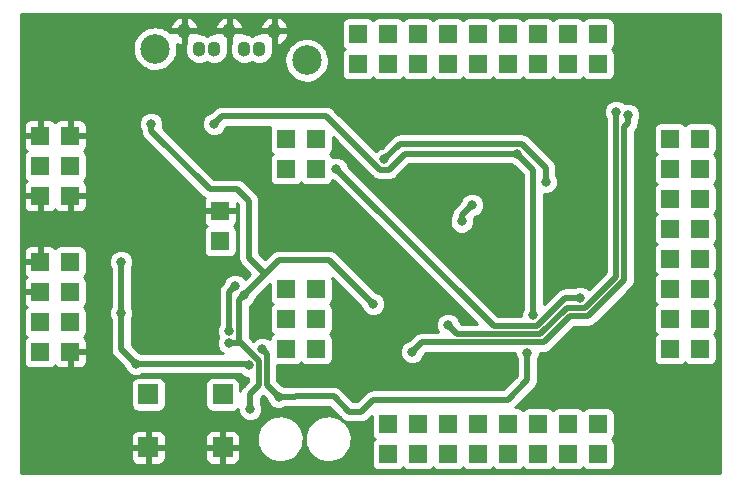
<source format=gbr>
G04 #@! TF.GenerationSoftware,KiCad,Pcbnew,(5.99.0-311-g81ce588a0)*
G04 #@! TF.CreationDate,2019-11-06T10:45:11+01:00*
G04 #@! TF.ProjectId,PROGLOG01A,50524f47-4c4f-4473-9031-412e6b696361,REV*
G04 #@! TF.SameCoordinates,Original*
G04 #@! TF.FileFunction,Copper,L1,Top*
G04 #@! TF.FilePolarity,Positive*
%FSLAX46Y46*%
G04 Gerber Fmt 4.6, Leading zero omitted, Abs format (unit mm)*
G04 Created by KiCad (PCBNEW (5.99.0-311-g81ce588a0)) date 2019-11-06 10:45:11*
%MOMM*%
%LPD*%
G04 APERTURE LIST*
G04 #@! TA.AperFunction,ComponentPad*
%ADD10O,1.100000X1.300000*%
G04 #@! TD*
G04 #@! TA.AperFunction,ComponentPad*
%ADD11C,2.500000*%
G04 #@! TD*
G04 #@! TA.AperFunction,ComponentPad*
%ADD12R,1.524000X1.524000*%
G04 #@! TD*
G04 #@! TA.AperFunction,ComponentPad*
%ADD13C,6.000000*%
G04 #@! TD*
G04 #@! TA.AperFunction,ComponentPad*
%ADD14R,1.676400X1.676400*%
G04 #@! TD*
G04 #@! TA.AperFunction,ViaPad*
%ADD15C,0.800000*%
G04 #@! TD*
G04 #@! TA.AperFunction,Conductor*
%ADD16C,0.500000*%
G04 #@! TD*
G04 #@! TA.AperFunction,Conductor*
%ADD17C,0.254000*%
G04 #@! TD*
G04 APERTURE END LIST*
D10*
G04 #@! TO.P,J26,1*
G04 #@! TO.N,GND*
X171958000Y-103632000D03*
G04 #@! TO.P,J26,4*
X175768000Y-103632000D03*
G04 #@! TO.P,J26,7*
X179578000Y-103632000D03*
G04 #@! TO.P,J26,6*
G04 #@! TO.N,/SATA_2N*
X178308000Y-105132000D03*
G04 #@! TO.P,J26,5*
G04 #@! TO.N,/SATA_2P*
X177038000Y-105132000D03*
G04 #@! TO.P,J26,3*
G04 #@! TO.N,/SATA_1N*
X174498000Y-105132000D03*
D11*
G04 #@! TO.P,J26,8*
G04 #@! TO.N,N/C*
X182328000Y-106132000D03*
D10*
G04 #@! TO.P,J26,2*
G04 #@! TO.N,/SATA_1P*
X173228000Y-105132000D03*
D11*
G04 #@! TO.P,J26,9*
G04 #@! TO.N,N/C*
X169498000Y-105132000D03*
G04 #@! TD*
D12*
G04 #@! TO.P,J5,1*
G04 #@! TO.N,/IOB_13b*
X201930000Y-136906000D03*
G04 #@! TO.P,J5,2*
X201930000Y-139446000D03*
G04 #@! TD*
D13*
G04 #@! TO.P,M1,1*
G04 #@! TO.N,GND*
X213106000Y-136906000D03*
G04 #@! TD*
G04 #@! TO.P,M2,1*
G04 #@! TO.N,GND*
X213106000Y-106426000D03*
G04 #@! TD*
G04 #@! TO.P,M3,1*
G04 #@! TO.N,GND*
X162306000Y-106426000D03*
G04 #@! TD*
G04 #@! TO.P,M4,1*
G04 #@! TO.N,GND*
X162306000Y-136906000D03*
G04 #@! TD*
D12*
G04 #@! TO.P,J11,2*
G04 #@! TO.N,/IOB_24a*
X189230000Y-139446000D03*
G04 #@! TO.P,J11,1*
X189230000Y-136906000D03*
G04 #@! TD*
G04 #@! TO.P,J9,1*
G04 #@! TO.N,/IOB_22b*
X191770000Y-136906000D03*
G04 #@! TO.P,J9,2*
X191770000Y-139446000D03*
G04 #@! TD*
G04 #@! TO.P,J8,2*
G04 #@! TO.N,/IOB_20a*
X194310000Y-139446000D03*
G04 #@! TO.P,J8,1*
X194310000Y-136906000D03*
G04 #@! TD*
G04 #@! TO.P,J17,1*
G04 #@! TO.N,/IOT_43a*
X191770000Y-103886000D03*
G04 #@! TO.P,J17,2*
X191770000Y-106426000D03*
G04 #@! TD*
G04 #@! TO.P,J27,2*
G04 #@! TO.N,/IOB_0a*
X215646000Y-122936000D03*
G04 #@! TO.P,J27,1*
X213106000Y-122936000D03*
G04 #@! TD*
G04 #@! TO.P,J28,1*
G04 #@! TO.N,/IOB_2a*
X213106000Y-125476000D03*
G04 #@! TO.P,J28,2*
X215646000Y-125476000D03*
G04 #@! TD*
G04 #@! TO.P,J29,2*
G04 #@! TO.N,/IOB_3b_G6*
X215646000Y-117856000D03*
G04 #@! TO.P,J29,1*
X213106000Y-117856000D03*
G04 #@! TD*
G04 #@! TO.P,J7,1*
G04 #@! TO.N,/IOB_18a*
X196850000Y-136906000D03*
G04 #@! TO.P,J7,2*
X196850000Y-139446000D03*
G04 #@! TD*
G04 #@! TO.P,J32,2*
G04 #@! TO.N,/IOB_6a*
X215646000Y-130556000D03*
G04 #@! TO.P,J32,1*
X213106000Y-130556000D03*
G04 #@! TD*
G04 #@! TO.P,J33,1*
G04 #@! TO.N,/IOB_8a*
X204470000Y-136906000D03*
G04 #@! TO.P,J33,2*
X204470000Y-139446000D03*
G04 #@! TD*
G04 #@! TO.P,J34,2*
G04 #@! TO.N,/IOB_9b*
X207010000Y-139446000D03*
G04 #@! TO.P,J34,1*
X207010000Y-136906000D03*
G04 #@! TD*
G04 #@! TO.P,J6,1*
G04 #@! TO.N,/IOB_16a*
X199390000Y-136906000D03*
G04 #@! TO.P,J6,2*
X199390000Y-139446000D03*
G04 #@! TD*
G04 #@! TO.P,J31,2*
G04 #@! TO.N,/IOB_5b*
X215646000Y-120396000D03*
G04 #@! TO.P,J31,1*
X213106000Y-120396000D03*
G04 #@! TD*
G04 #@! TO.P,J2,1*
G04 #@! TO.N,Net-(J2-Pad1)*
X175006000Y-121412000D03*
G04 #@! TO.P,J2,2*
G04 #@! TO.N,GND*
X175006000Y-118872000D03*
G04 #@! TD*
G04 #@! TO.P,J10,1*
G04 #@! TO.N,/IOB_23b*
X180594000Y-125476000D03*
G04 #@! TO.P,J10,2*
X183134000Y-125476000D03*
G04 #@! TD*
G04 #@! TO.P,J30,1*
G04 #@! TO.N,/IOB_4a*
X213106000Y-128016000D03*
G04 #@! TO.P,J30,2*
X215646000Y-128016000D03*
G04 #@! TD*
G04 #@! TO.P,J25,2*
G04 #@! TO.N,/RGB0*
X207010000Y-106426000D03*
G04 #@! TO.P,J25,1*
X207010000Y-103886000D03*
G04 #@! TD*
G04 #@! TO.P,J24,1*
G04 #@! TO.N,/IOT_51a*
X213106000Y-112776000D03*
G04 #@! TO.P,J24,2*
X215646000Y-112776000D03*
G04 #@! TD*
G04 #@! TO.P,J23,2*
G04 #@! TO.N,/IOT_50b*
X204470000Y-106426000D03*
G04 #@! TO.P,J23,1*
X204470000Y-103886000D03*
G04 #@! TD*
G04 #@! TO.P,J22,1*
G04 #@! TO.N,/IOT_49a*
X213106000Y-115316000D03*
G04 #@! TO.P,J22,2*
X215646000Y-115316000D03*
G04 #@! TD*
G04 #@! TO.P,J21,2*
G04 #@! TO.N,/IOT_48b*
X199390000Y-106426000D03*
G04 #@! TO.P,J21,1*
X199390000Y-103886000D03*
G04 #@! TD*
G04 #@! TO.P,J20,1*
G04 #@! TO.N,/IOT_46b_G0*
X196850000Y-103886000D03*
G04 #@! TO.P,J20,2*
X196850000Y-106426000D03*
G04 #@! TD*
G04 #@! TO.P,J19,2*
G04 #@! TO.N,/IOT_45a_G1*
X201930000Y-106426000D03*
G04 #@! TO.P,J19,1*
X201930000Y-103886000D03*
G04 #@! TD*
G04 #@! TO.P,J18,2*
G04 #@! TO.N,/IOT_44b*
X194310000Y-106426000D03*
G04 #@! TO.P,J18,1*
X194310000Y-103886000D03*
G04 #@! TD*
G04 #@! TO.P,J16,2*
G04 #@! TO.N,/IOT_42b*
X189230000Y-106426000D03*
G04 #@! TO.P,J16,1*
X189230000Y-103886000D03*
G04 #@! TD*
G04 #@! TO.P,J15,1*
G04 #@! TO.N,/IOT_41a*
X186690000Y-103886000D03*
G04 #@! TO.P,J15,2*
X186690000Y-106426000D03*
G04 #@! TD*
G04 #@! TO.P,J14,2*
G04 #@! TO.N,/IOB_31b*
X180594000Y-130556000D03*
G04 #@! TO.P,J14,1*
X183134000Y-130556000D03*
G04 #@! TD*
G04 #@! TO.P,J13,1*
G04 #@! TO.N,/IOB_29b*
X180594000Y-128016000D03*
G04 #@! TO.P,J13,2*
X183134000Y-128016000D03*
G04 #@! TD*
G04 #@! TO.P,J3,1*
G04 #@! TO.N,/VCCIO_0*
X180594000Y-112776000D03*
G04 #@! TO.P,J3,2*
X183134000Y-112776000D03*
G04 #@! TO.P,J3,3*
G04 #@! TO.N,/VCCIO_2*
X180594000Y-115316000D03*
G04 #@! TO.P,J3,4*
X183134000Y-115316000D03*
G04 #@! TD*
G04 #@! TO.P,J1,1*
G04 #@! TO.N,GND*
X159766000Y-112522000D03*
G04 #@! TO.P,J1,2*
X162306000Y-112522000D03*
G04 #@! TO.P,J1,3*
G04 #@! TO.N,+3V3*
X159766000Y-115062000D03*
G04 #@! TO.P,J1,4*
X162306000Y-115062000D03*
G04 #@! TO.P,J1,5*
G04 #@! TO.N,GND*
X159766000Y-117602000D03*
G04 #@! TO.P,J1,6*
X162306000Y-117602000D03*
G04 #@! TD*
G04 #@! TO.P,J4,1*
G04 #@! TO.N,GND*
X159766000Y-123190000D03*
G04 #@! TO.P,J4,2*
G04 #@! TO.N,/SPI_SS*
X162306000Y-123190000D03*
G04 #@! TO.P,J4,3*
G04 #@! TO.N,GND*
X159766000Y-125730000D03*
G04 #@! TO.P,J4,4*
G04 #@! TO.N,/SPI_SI*
X162306000Y-125730000D03*
G04 #@! TO.P,J4,5*
G04 #@! TO.N,/SPI_SCK*
X159766000Y-128270000D03*
G04 #@! TO.P,J4,6*
G04 #@! TO.N,/SPI_SO*
X162306000Y-128270000D03*
G04 #@! TO.P,J4,7*
G04 #@! TO.N,/NRESET*
X159766000Y-130810000D03*
G04 #@! TO.P,J4,8*
G04 #@! TO.N,GND*
X162306000Y-130810000D03*
G04 #@! TD*
D14*
G04 #@! TO.P,SW1,1*
G04 #@! TO.N,/NRESET*
X175209600Y-134402000D03*
G04 #@! TO.P,SW1,2*
G04 #@! TO.N,GND*
X175209600Y-138902000D03*
G04 #@! TO.P,SW1,1*
G04 #@! TO.N,/NRESET*
X168909600Y-134402000D03*
G04 #@! TO.P,SW1,2*
G04 #@! TO.N,GND*
X168909600Y-138902000D03*
G04 #@! TD*
D15*
G04 #@! TO.N,+3V3*
X177546000Y-135636000D03*
X175755300Y-130060700D03*
X177038000Y-125984000D03*
X187960000Y-126746000D03*
X169164000Y-111506000D03*
G04 #@! TO.N,GND*
X203200000Y-119888000D03*
X203200000Y-121412000D03*
X203200000Y-122936000D03*
X199136000Y-122936000D03*
X199136000Y-121412000D03*
X199136000Y-119888000D03*
X178308000Y-126619000D03*
X192595500Y-121285000D03*
X209503219Y-129163019D03*
X203200000Y-135001000D03*
X182626000Y-120269000D03*
X189992000Y-116382800D03*
X184912000Y-121666000D03*
X165100000Y-127254000D03*
X178206400Y-108127800D03*
X192278000Y-111760000D03*
X173101000Y-120167400D03*
X208838800Y-132943600D03*
X211175600Y-110794800D03*
X184759600Y-106781600D03*
X185064400Y-126644400D03*
X167589200Y-111480600D03*
X166573200Y-121361200D03*
G04 #@! TO.N,+1V2*
X200152000Y-114046000D03*
X174498000Y-111506000D03*
X201513459Y-127726460D03*
G04 #@! TO.N,/VCCIO_1*
X195467103Y-119765797D03*
X196342000Y-118364000D03*
G04 #@! TO.N,/VCCIO_2*
X184861200Y-115316000D03*
X205486000Y-126238000D03*
G04 #@! TO.N,/NRESET*
X178562000Y-130556000D03*
X179980358Y-134620000D03*
X201015600Y-130862021D03*
G04 #@! TO.N,/SPI_SS*
X177414347Y-131957653D03*
X167894000Y-131826000D03*
X166624000Y-123190000D03*
G04 #@! TO.N,/VCCIO_0*
X202566801Y-116433600D03*
X188925200Y-114517000D03*
G04 #@! TO.N,/RGB1*
X194310000Y-128524000D03*
X208534000Y-110490000D03*
G04 #@! TO.N,Net-(J2-Pad1)*
X175768000Y-129032000D03*
X176276000Y-125222000D03*
G04 #@! TO.N,Net-(D3-Pad1)*
X209550000Y-110744000D03*
X191262000Y-130810000D03*
G04 #@! TO.N,GND*
X167132000Y-109220000D03*
X168656000Y-109220000D03*
X170180000Y-109220000D03*
X159004000Y-120396000D03*
X160528000Y-120396000D03*
X162560000Y-120396000D03*
X181356000Y-118872000D03*
G04 #@! TO.N,/SPI_SS*
X166624000Y-127508000D03*
G04 #@! TD*
D16*
G04 #@! TO.N,+3V3*
X177546000Y-135636000D02*
X177546000Y-134366000D01*
X175755300Y-130060700D02*
X176775396Y-130060700D01*
X178264348Y-131549652D02*
X178264348Y-133647652D01*
X178264348Y-133647652D02*
X177546000Y-134366000D01*
X176775396Y-130060700D02*
X178264348Y-131549652D01*
X176638001Y-129923305D02*
X176775396Y-130060700D01*
X176638001Y-126383999D02*
X176638001Y-129923305D01*
X177038000Y-125984000D02*
X176638001Y-126383999D01*
X184251600Y-123037600D02*
X187960000Y-126746000D01*
X179984400Y-123037600D02*
X184251600Y-123037600D01*
X174110115Y-117017800D02*
X176453800Y-117017800D01*
X169164000Y-111506000D02*
X169164000Y-112071685D01*
X169164000Y-112071685D02*
X174110115Y-117017800D01*
X177437999Y-118001999D02*
X177437999Y-122827999D01*
X176453800Y-117017800D02*
X177437999Y-118001999D01*
X177038000Y-125984000D02*
X178816000Y-124206000D01*
X177437999Y-122827999D02*
X178816000Y-124206000D01*
X178816000Y-124206000D02*
X179984400Y-123037600D01*
G04 #@! TO.N,+1V2*
X201513459Y-127726460D02*
X201513459Y-115407459D01*
X201513459Y-115407459D02*
X200152000Y-114046000D01*
X183995798Y-110845600D02*
X175158400Y-110845600D01*
X188517199Y-115367001D02*
X183995798Y-110845600D01*
X189333201Y-115367001D02*
X188517199Y-115367001D01*
X175158400Y-110845600D02*
X174498000Y-111506000D01*
X200152000Y-114046000D02*
X190654202Y-114046000D01*
X190654202Y-114046000D02*
X189333201Y-115367001D01*
G04 #@! TO.N,/VCCIO_1*
X195467103Y-119765797D02*
X195467103Y-119619897D01*
X195467103Y-119765797D02*
X195467103Y-119238897D01*
X195467103Y-119238897D02*
X196342000Y-118364000D01*
G04 #@! TO.N,/VCCIO_2*
X198157201Y-128612001D02*
X185261199Y-115715999D01*
X185261199Y-115715999D02*
X184861200Y-115316000D01*
X201830001Y-128612001D02*
X198157201Y-128612001D01*
X205486000Y-126238000D02*
X204204002Y-126238000D01*
X204204002Y-126238000D02*
X201830001Y-128612001D01*
G04 #@! TO.N,/NRESET*
X179980358Y-134620000D02*
X178964358Y-133604000D01*
X178964358Y-133604000D02*
X178964358Y-131259699D01*
X178961999Y-131257340D02*
X178964358Y-131259699D01*
X178964358Y-131259699D02*
X178964358Y-130958358D01*
X178964358Y-130958358D02*
X178562000Y-130556000D01*
X201015600Y-130862021D02*
X201015600Y-133223610D01*
X201015600Y-133223610D02*
X199365210Y-134874000D01*
X187960000Y-134874000D02*
X199365210Y-134874000D01*
X181356000Y-134620000D02*
X179980358Y-134620000D01*
X181393733Y-134582267D02*
X181356000Y-134620000D01*
X184620267Y-134582267D02*
X181393733Y-134582267D01*
X185928000Y-135890000D02*
X184620267Y-134582267D01*
X186944000Y-135890000D02*
X185928000Y-135890000D01*
X187960000Y-134874000D02*
X186944000Y-135890000D01*
G04 #@! TO.N,/SPI_SS*
X177282694Y-131826000D02*
X177414347Y-131957653D01*
X167894000Y-131826000D02*
X177282694Y-131826000D01*
X167894000Y-131826000D02*
X166624000Y-130556000D01*
X166624000Y-130556000D02*
X166624000Y-123190000D01*
G04 #@! TO.N,/VCCIO_0*
X190246201Y-113195999D02*
X188925200Y-114517000D01*
X202566801Y-116433600D02*
X202566801Y-115202799D01*
X200560001Y-113195999D02*
X190246201Y-113195999D01*
X202566801Y-115202799D02*
X200560001Y-113195999D01*
G04 #@! TO.N,/RGB1*
X195098011Y-129312011D02*
X194709999Y-128923999D01*
X194709999Y-128923999D02*
X194310000Y-128524000D01*
X202119954Y-129312011D02*
X195098011Y-129312011D01*
X208534000Y-124448002D02*
X205894001Y-127088001D01*
X208534000Y-110490000D02*
X208534000Y-124448002D01*
X205894001Y-127088001D02*
X204343963Y-127088001D01*
X204343963Y-127088001D02*
X202119954Y-129312011D01*
G04 #@! TO.N,Net-(J2-Pad1)*
X175768000Y-129032000D02*
X175768000Y-125730000D01*
X175768000Y-125730000D02*
X176276000Y-125222000D01*
G04 #@! TO.N,Net-(D3-Pad1)*
X192059979Y-130012021D02*
X202409907Y-130012021D01*
X209234010Y-111760000D02*
X209550000Y-111444010D01*
X191262000Y-130810000D02*
X192059979Y-130012021D01*
X206183954Y-127788011D02*
X209234010Y-124737955D01*
X209234010Y-124737955D02*
X209234010Y-111760000D01*
X209550000Y-111444010D02*
X209550000Y-110744000D01*
X204633917Y-127788011D02*
X206183954Y-127788011D01*
X202409907Y-130012021D02*
X204633917Y-127788011D01*
G04 #@! TD*
G04 #@! TO.N,GND*
G36*
X217298001Y-141098000D02*
G01*
X158114000Y-141098000D01*
X158114000Y-139030000D01*
X167429563Y-139030000D01*
X167429563Y-139756788D01*
X167510195Y-140057712D01*
X167657585Y-140233365D01*
X167851214Y-140345156D01*
X168060376Y-140382037D01*
X168781600Y-140382037D01*
X168781600Y-139030000D01*
X169037600Y-139030000D01*
X169037600Y-140382037D01*
X169764388Y-140382037D01*
X170065312Y-140301405D01*
X170240965Y-140154015D01*
X170352756Y-139960386D01*
X170389637Y-139751224D01*
X170389637Y-139030000D01*
X173729563Y-139030000D01*
X173729563Y-139756788D01*
X173810195Y-140057712D01*
X173957585Y-140233365D01*
X174151214Y-140345156D01*
X174360376Y-140382037D01*
X175081600Y-140382037D01*
X175081600Y-139030000D01*
X175337600Y-139030000D01*
X175337600Y-140382037D01*
X176064388Y-140382037D01*
X176365312Y-140301405D01*
X176540965Y-140154015D01*
X176652756Y-139960386D01*
X176689637Y-139751224D01*
X176689637Y-139030000D01*
X175337600Y-139030000D01*
X175081600Y-139030000D01*
X173729563Y-139030000D01*
X170389637Y-139030000D01*
X169037600Y-139030000D01*
X168781600Y-139030000D01*
X167429563Y-139030000D01*
X158114000Y-139030000D01*
X158114000Y-138052776D01*
X167429563Y-138052776D01*
X167429563Y-138774000D01*
X168781600Y-138774000D01*
X168781600Y-137421963D01*
X169037600Y-137421963D01*
X169037600Y-138774000D01*
X170389637Y-138774000D01*
X170389637Y-138052776D01*
X173729563Y-138052776D01*
X173729563Y-138774000D01*
X175081600Y-138774000D01*
X175081600Y-137421963D01*
X175337600Y-137421963D01*
X175337600Y-138774000D01*
X176689637Y-138774000D01*
X176689637Y-138120456D01*
X178097475Y-138120456D01*
X178110286Y-138408093D01*
X178164483Y-138690869D01*
X178258935Y-138962859D01*
X178391659Y-139218365D01*
X178559878Y-139452036D01*
X178760067Y-139658976D01*
X178988032Y-139834849D01*
X179238997Y-139975973D01*
X179507706Y-140079389D01*
X179788529Y-140142933D01*
X180075584Y-140165272D01*
X180362857Y-140145941D01*
X180644330Y-140085341D01*
X180914107Y-139984744D01*
X181166537Y-139846256D01*
X181396331Y-139672780D01*
X181598676Y-139467948D01*
X181769333Y-139236051D01*
X181904726Y-138981948D01*
X182002020Y-138710962D01*
X182059517Y-138427088D01*
X182068081Y-138120456D01*
X182161475Y-138120456D01*
X182174286Y-138408093D01*
X182228483Y-138690869D01*
X182322935Y-138962859D01*
X182455659Y-139218365D01*
X182623878Y-139452036D01*
X182824067Y-139658976D01*
X183052032Y-139834849D01*
X183302997Y-139975973D01*
X183571706Y-140079389D01*
X183852529Y-140142933D01*
X184139584Y-140165272D01*
X184426857Y-140145941D01*
X184708330Y-140085341D01*
X184978107Y-139984744D01*
X185230537Y-139846256D01*
X185460331Y-139672780D01*
X185662676Y-139467948D01*
X185833333Y-139236051D01*
X185968726Y-138981948D01*
X186066020Y-138710962D01*
X186123517Y-138427088D01*
X186134455Y-138035467D01*
X186092894Y-137748827D01*
X186010879Y-137472832D01*
X185889881Y-137211568D01*
X185732435Y-136970507D01*
X185541840Y-136754700D01*
X185322089Y-136568666D01*
X185077783Y-136416303D01*
X184814042Y-136300803D01*
X184536391Y-136224586D01*
X184250644Y-136189248D01*
X183962790Y-136195528D01*
X183678858Y-136243297D01*
X183404795Y-136331553D01*
X183146343Y-136458447D01*
X182908917Y-136621321D01*
X182697488Y-136816763D01*
X182516487Y-137040679D01*
X182369707Y-137288379D01*
X182260221Y-137554672D01*
X182190322Y-137833981D01*
X182161475Y-138120456D01*
X182068081Y-138120456D01*
X182070455Y-138035467D01*
X182028894Y-137748827D01*
X181946879Y-137472832D01*
X181825881Y-137211568D01*
X181668435Y-136970507D01*
X181477840Y-136754700D01*
X181258089Y-136568666D01*
X181013783Y-136416303D01*
X180750042Y-136300803D01*
X180472391Y-136224586D01*
X180186644Y-136189248D01*
X179898790Y-136195528D01*
X179614858Y-136243297D01*
X179340795Y-136331553D01*
X179082343Y-136458447D01*
X178844917Y-136621321D01*
X178633488Y-136816763D01*
X178452487Y-137040679D01*
X178305707Y-137288379D01*
X178196221Y-137554672D01*
X178126322Y-137833981D01*
X178097475Y-138120456D01*
X176689637Y-138120456D01*
X176689637Y-138047212D01*
X176609005Y-137746289D01*
X176461615Y-137570635D01*
X176267986Y-137458844D01*
X176058824Y-137421963D01*
X175337600Y-137421963D01*
X175081600Y-137421963D01*
X174354812Y-137421963D01*
X174053889Y-137502595D01*
X173878235Y-137649985D01*
X173766444Y-137843614D01*
X173729563Y-138052776D01*
X170389637Y-138052776D01*
X170389637Y-138047212D01*
X170309005Y-137746289D01*
X170161615Y-137570635D01*
X169967986Y-137458844D01*
X169758824Y-137421963D01*
X169037600Y-137421963D01*
X168781600Y-137421963D01*
X168054812Y-137421963D01*
X167753889Y-137502595D01*
X167578235Y-137649985D01*
X167466444Y-137843614D01*
X167429563Y-138052776D01*
X158114000Y-138052776D01*
X158114000Y-133552776D01*
X167429563Y-133552776D01*
X167429563Y-135256788D01*
X167510195Y-135557712D01*
X167657585Y-135733365D01*
X167851214Y-135845156D01*
X168060376Y-135882037D01*
X169764388Y-135882037D01*
X170065312Y-135801405D01*
X170240965Y-135654015D01*
X170352756Y-135460386D01*
X170389637Y-135251224D01*
X170389637Y-133547212D01*
X170309005Y-133246289D01*
X170161615Y-133070635D01*
X169967986Y-132958844D01*
X169758824Y-132921963D01*
X168054812Y-132921963D01*
X167753889Y-133002595D01*
X167578235Y-133149985D01*
X167466444Y-133343614D01*
X167429563Y-133552776D01*
X158114000Y-133552776D01*
X158114000Y-123318000D01*
X158362163Y-123318000D01*
X158362163Y-123968588D01*
X158442795Y-124269512D01*
X158590185Y-124445165D01*
X158620146Y-124462463D01*
X158510835Y-124554185D01*
X158399044Y-124747814D01*
X158362163Y-124956976D01*
X158362163Y-125602000D01*
X159894000Y-125602000D01*
X159894000Y-125858000D01*
X158362163Y-125858000D01*
X158362163Y-126508588D01*
X158442795Y-126809512D01*
X158590185Y-126985165D01*
X158620146Y-127002463D01*
X158510835Y-127094185D01*
X158399044Y-127287814D01*
X158362163Y-127496976D01*
X158362163Y-129048588D01*
X158442795Y-129349512D01*
X158590185Y-129525165D01*
X158620146Y-129542463D01*
X158510835Y-129634185D01*
X158399044Y-129827814D01*
X158362163Y-130036976D01*
X158362163Y-131588588D01*
X158442795Y-131889512D01*
X158590185Y-132065165D01*
X158783814Y-132176956D01*
X158992976Y-132213837D01*
X160544588Y-132213837D01*
X160845512Y-132133205D01*
X161021165Y-131985815D01*
X161038463Y-131955854D01*
X161130185Y-132065165D01*
X161323814Y-132176956D01*
X161532976Y-132213837D01*
X162178000Y-132213837D01*
X162178000Y-130938000D01*
X162434000Y-130938000D01*
X162434000Y-132213837D01*
X163084588Y-132213837D01*
X163385512Y-132133205D01*
X163561165Y-131985815D01*
X163672956Y-131792186D01*
X163709837Y-131583024D01*
X163709837Y-130938000D01*
X162434000Y-130938000D01*
X162178000Y-130938000D01*
X162178000Y-130682000D01*
X163709837Y-130682000D01*
X163709837Y-130031412D01*
X163629205Y-129730489D01*
X163481815Y-129554835D01*
X163451854Y-129537537D01*
X163561165Y-129445815D01*
X163672956Y-129252186D01*
X163709837Y-129043024D01*
X163709837Y-127491412D01*
X163629205Y-127190489D01*
X163481815Y-127014835D01*
X163451854Y-126997537D01*
X163561165Y-126905815D01*
X163672956Y-126712186D01*
X163709837Y-126503024D01*
X163709837Y-124951412D01*
X163629205Y-124650489D01*
X163481815Y-124474835D01*
X163451854Y-124457537D01*
X163561165Y-124365815D01*
X163672956Y-124172186D01*
X163709837Y-123963024D01*
X163709837Y-123053872D01*
X165590000Y-123053872D01*
X165590000Y-123326128D01*
X165660466Y-123589109D01*
X165740001Y-123726868D01*
X165740000Y-126971133D01*
X165660466Y-127108891D01*
X165590000Y-127371872D01*
X165590000Y-127644128D01*
X165660466Y-127907109D01*
X165740000Y-128044867D01*
X165740000Y-130456970D01*
X165733798Y-130484377D01*
X165740000Y-130584339D01*
X165740000Y-130619399D01*
X165743837Y-130646190D01*
X165749477Y-130737105D01*
X165761709Y-130770986D01*
X165766818Y-130806656D01*
X165804529Y-130889601D01*
X165835592Y-130975645D01*
X165856498Y-131003898D01*
X165871623Y-131037163D01*
X165938822Y-131115152D01*
X165955421Y-131137585D01*
X165975147Y-131157310D01*
X166036911Y-131228992D01*
X166065095Y-131247259D01*
X166889295Y-132071460D01*
X166930466Y-132225109D01*
X167066594Y-132460891D01*
X167259109Y-132653406D01*
X167494891Y-132789534D01*
X167757872Y-132860000D01*
X168030128Y-132860000D01*
X168293109Y-132789534D01*
X168430867Y-132710000D01*
X176704398Y-132710000D01*
X176779456Y-132785059D01*
X177015238Y-132921187D01*
X177278219Y-132991653D01*
X177380349Y-132991653D01*
X177380349Y-133281486D01*
X176990946Y-133670890D01*
X176967179Y-133685886D01*
X176900867Y-133760970D01*
X176876089Y-133785747D01*
X176859862Y-133807399D01*
X176799559Y-133875679D01*
X176784249Y-133908288D01*
X176762639Y-133937123D01*
X176730654Y-134022441D01*
X176691778Y-134105246D01*
X176689637Y-134119572D01*
X176689637Y-133547212D01*
X176609005Y-133246289D01*
X176461615Y-133070635D01*
X176267986Y-132958844D01*
X176058824Y-132921963D01*
X174354812Y-132921963D01*
X174053889Y-133002595D01*
X173878235Y-133149985D01*
X173766444Y-133343614D01*
X173729563Y-133552776D01*
X173729563Y-135256788D01*
X173810195Y-135557712D01*
X173957585Y-135733365D01*
X174151214Y-135845156D01*
X174360376Y-135882037D01*
X176064388Y-135882037D01*
X176365312Y-135801405D01*
X176512000Y-135678319D01*
X176512000Y-135772128D01*
X176582466Y-136035109D01*
X176718594Y-136270891D01*
X176911109Y-136463406D01*
X177146891Y-136599534D01*
X177409872Y-136670000D01*
X177682128Y-136670000D01*
X177945109Y-136599534D01*
X178180891Y-136463406D01*
X178373406Y-136270891D01*
X178509534Y-136035109D01*
X178580000Y-135772128D01*
X178580000Y-135499872D01*
X178509534Y-135236891D01*
X178430000Y-135099133D01*
X178430000Y-134732163D01*
X178636178Y-134525985D01*
X178975653Y-134865460D01*
X179016824Y-135019109D01*
X179152952Y-135254891D01*
X179345467Y-135447406D01*
X179581249Y-135583534D01*
X179844230Y-135654000D01*
X180116486Y-135654000D01*
X180379467Y-135583534D01*
X180517225Y-135504000D01*
X181256970Y-135504000D01*
X181284377Y-135510202D01*
X181384338Y-135504000D01*
X181419400Y-135504000D01*
X181446192Y-135500163D01*
X181537105Y-135494523D01*
X181570985Y-135482291D01*
X181606657Y-135477183D01*
X181630665Y-135466267D01*
X184254104Y-135466267D01*
X185232887Y-136445050D01*
X185247886Y-136468822D01*
X185322979Y-136535142D01*
X185347749Y-136559913D01*
X185369392Y-136576132D01*
X185437680Y-136636443D01*
X185470292Y-136651754D01*
X185499122Y-136673361D01*
X185584424Y-136705338D01*
X185667244Y-136744222D01*
X185702006Y-136749418D01*
X185736224Y-136762245D01*
X185838885Y-136769875D01*
X185866487Y-136774000D01*
X185894395Y-136774000D01*
X185988742Y-136781011D01*
X186021586Y-136774000D01*
X186844970Y-136774000D01*
X186872377Y-136780202D01*
X186972338Y-136774000D01*
X187007400Y-136774000D01*
X187034192Y-136770163D01*
X187125105Y-136764523D01*
X187158985Y-136752291D01*
X187194657Y-136747183D01*
X187277603Y-136709470D01*
X187363643Y-136678409D01*
X187391895Y-136657504D01*
X187425166Y-136642376D01*
X187503157Y-136575174D01*
X187525584Y-136558579D01*
X187545308Y-136538855D01*
X187616992Y-136477088D01*
X187635261Y-136448902D01*
X187826163Y-136258000D01*
X187826163Y-137684588D01*
X187906795Y-137985512D01*
X188054185Y-138161165D01*
X188084146Y-138178463D01*
X187974835Y-138270185D01*
X187863044Y-138463814D01*
X187826163Y-138672976D01*
X187826163Y-140224588D01*
X187906795Y-140525512D01*
X188054185Y-140701165D01*
X188247814Y-140812956D01*
X188456976Y-140849837D01*
X190008588Y-140849837D01*
X190309512Y-140769205D01*
X190485165Y-140621815D01*
X190502463Y-140591854D01*
X190594185Y-140701165D01*
X190787814Y-140812956D01*
X190996976Y-140849837D01*
X192548588Y-140849837D01*
X192849512Y-140769205D01*
X193025165Y-140621815D01*
X193042463Y-140591854D01*
X193134185Y-140701165D01*
X193327814Y-140812956D01*
X193536976Y-140849837D01*
X195088588Y-140849837D01*
X195389512Y-140769205D01*
X195565165Y-140621815D01*
X195582463Y-140591854D01*
X195674185Y-140701165D01*
X195867814Y-140812956D01*
X196076976Y-140849837D01*
X197628588Y-140849837D01*
X197929512Y-140769205D01*
X198105165Y-140621815D01*
X198122463Y-140591854D01*
X198214185Y-140701165D01*
X198407814Y-140812956D01*
X198616976Y-140849837D01*
X200168588Y-140849837D01*
X200469512Y-140769205D01*
X200645165Y-140621815D01*
X200662463Y-140591854D01*
X200754185Y-140701165D01*
X200947814Y-140812956D01*
X201156976Y-140849837D01*
X202708588Y-140849837D01*
X203009512Y-140769205D01*
X203185165Y-140621815D01*
X203202463Y-140591854D01*
X203294185Y-140701165D01*
X203487814Y-140812956D01*
X203696976Y-140849837D01*
X205248588Y-140849837D01*
X205549512Y-140769205D01*
X205725165Y-140621815D01*
X205742463Y-140591854D01*
X205834185Y-140701165D01*
X206027814Y-140812956D01*
X206236976Y-140849837D01*
X207788588Y-140849837D01*
X208089512Y-140769205D01*
X208265165Y-140621815D01*
X208376956Y-140428186D01*
X208413837Y-140219024D01*
X208413837Y-138667412D01*
X208333205Y-138366489D01*
X208185815Y-138190835D01*
X208155854Y-138173537D01*
X208265165Y-138081815D01*
X208376956Y-137888186D01*
X208413837Y-137679024D01*
X208413837Y-136127412D01*
X208333205Y-135826489D01*
X208185815Y-135650835D01*
X207992186Y-135539044D01*
X207783024Y-135502163D01*
X206231412Y-135502163D01*
X205930489Y-135582795D01*
X205754835Y-135730185D01*
X205737537Y-135760146D01*
X205645815Y-135650835D01*
X205452186Y-135539044D01*
X205243024Y-135502163D01*
X203691412Y-135502163D01*
X203390489Y-135582795D01*
X203214835Y-135730185D01*
X203197537Y-135760146D01*
X203105815Y-135650835D01*
X202912186Y-135539044D01*
X202703024Y-135502163D01*
X201151412Y-135502163D01*
X200850489Y-135582795D01*
X200674835Y-135730185D01*
X200657537Y-135760146D01*
X200565815Y-135650835D01*
X200372186Y-135539044D01*
X200163024Y-135502163D01*
X199990532Y-135502163D01*
X200038202Y-135461088D01*
X200056471Y-135432902D01*
X201570653Y-133918721D01*
X201594422Y-133903724D01*
X201660734Y-133828640D01*
X201685512Y-133803863D01*
X201701739Y-133782211D01*
X201762042Y-133713930D01*
X201777352Y-133681322D01*
X201798961Y-133652489D01*
X201830942Y-133567178D01*
X201869822Y-133484366D01*
X201875018Y-133449604D01*
X201887845Y-133415386D01*
X201895475Y-133312725D01*
X201899600Y-133285123D01*
X201899600Y-133257215D01*
X201906611Y-133162868D01*
X201899600Y-133130024D01*
X201899600Y-131398888D01*
X201979134Y-131261130D01*
X202049600Y-130998149D01*
X202049600Y-130896021D01*
X202310877Y-130896021D01*
X202338284Y-130902223D01*
X202438245Y-130896021D01*
X202473307Y-130896021D01*
X202500099Y-130892184D01*
X202591012Y-130886544D01*
X202624892Y-130874312D01*
X202660564Y-130869204D01*
X202743510Y-130831491D01*
X202829550Y-130800430D01*
X202857802Y-130779525D01*
X202891073Y-130764397D01*
X202969064Y-130697195D01*
X202991491Y-130680600D01*
X203011215Y-130660876D01*
X203082899Y-130599109D01*
X203101168Y-130570923D01*
X205000081Y-128672011D01*
X206084924Y-128672011D01*
X206112331Y-128678213D01*
X206212292Y-128672011D01*
X206247354Y-128672011D01*
X206274146Y-128668174D01*
X206365059Y-128662534D01*
X206398939Y-128650302D01*
X206434611Y-128645194D01*
X206517557Y-128607481D01*
X206603597Y-128576420D01*
X206631849Y-128555515D01*
X206665120Y-128540387D01*
X206743111Y-128473185D01*
X206765538Y-128456590D01*
X206785262Y-128436866D01*
X206856946Y-128375099D01*
X206875215Y-128346913D01*
X209789065Y-125433064D01*
X209812831Y-125418069D01*
X209879139Y-125342990D01*
X209903923Y-125318207D01*
X209920154Y-125296550D01*
X209980452Y-125228276D01*
X209995763Y-125195663D01*
X210017371Y-125166832D01*
X210049348Y-125081531D01*
X210088232Y-124998711D01*
X210093428Y-124963949D01*
X210106255Y-124929731D01*
X210113885Y-124827070D01*
X210118010Y-124799468D01*
X210118010Y-124771560D01*
X210125021Y-124677213D01*
X210118010Y-124644369D01*
X210118010Y-112130945D01*
X210128821Y-112124124D01*
X210195137Y-112049036D01*
X210219913Y-112024261D01*
X210235864Y-112002976D01*
X211702163Y-112002976D01*
X211702163Y-113554588D01*
X211782795Y-113855512D01*
X211930185Y-114031165D01*
X211960146Y-114048463D01*
X211850835Y-114140185D01*
X211739044Y-114333814D01*
X211702163Y-114542976D01*
X211702163Y-116094588D01*
X211782795Y-116395512D01*
X211930185Y-116571165D01*
X211960146Y-116588463D01*
X211850835Y-116680185D01*
X211739044Y-116873814D01*
X211702163Y-117082976D01*
X211702163Y-118634588D01*
X211782795Y-118935512D01*
X211930185Y-119111165D01*
X211960146Y-119128463D01*
X211850835Y-119220185D01*
X211739044Y-119413814D01*
X211702163Y-119622976D01*
X211702163Y-121174588D01*
X211782795Y-121475512D01*
X211930185Y-121651165D01*
X211960146Y-121668463D01*
X211850835Y-121760185D01*
X211739044Y-121953814D01*
X211702163Y-122162976D01*
X211702163Y-123714588D01*
X211782795Y-124015512D01*
X211930185Y-124191165D01*
X211960146Y-124208463D01*
X211850835Y-124300185D01*
X211739044Y-124493814D01*
X211702163Y-124702976D01*
X211702163Y-126254588D01*
X211782795Y-126555512D01*
X211930185Y-126731165D01*
X211960146Y-126748463D01*
X211850835Y-126840185D01*
X211739044Y-127033814D01*
X211702163Y-127242976D01*
X211702163Y-128794588D01*
X211782795Y-129095512D01*
X211930185Y-129271165D01*
X211960146Y-129288463D01*
X211850835Y-129380185D01*
X211739044Y-129573814D01*
X211702163Y-129782976D01*
X211702163Y-131334588D01*
X211782795Y-131635512D01*
X211930185Y-131811165D01*
X212123814Y-131922956D01*
X212332976Y-131959837D01*
X213884588Y-131959837D01*
X214185512Y-131879205D01*
X214361165Y-131731815D01*
X214378463Y-131701854D01*
X214470185Y-131811165D01*
X214663814Y-131922956D01*
X214872976Y-131959837D01*
X216424588Y-131959837D01*
X216725512Y-131879205D01*
X216901165Y-131731815D01*
X217012956Y-131538186D01*
X217049837Y-131329024D01*
X217049837Y-129777412D01*
X216969205Y-129476489D01*
X216821815Y-129300835D01*
X216791854Y-129283537D01*
X216901165Y-129191815D01*
X217012956Y-128998186D01*
X217049837Y-128789024D01*
X217049837Y-127237412D01*
X216969205Y-126936489D01*
X216821815Y-126760835D01*
X216791854Y-126743537D01*
X216901165Y-126651815D01*
X217012956Y-126458186D01*
X217049837Y-126249024D01*
X217049837Y-124697412D01*
X216969205Y-124396489D01*
X216821815Y-124220835D01*
X216791854Y-124203537D01*
X216901165Y-124111815D01*
X217012956Y-123918186D01*
X217049837Y-123709024D01*
X217049837Y-122157412D01*
X216969205Y-121856489D01*
X216821815Y-121680835D01*
X216791854Y-121663537D01*
X216901165Y-121571815D01*
X217012956Y-121378186D01*
X217049837Y-121169024D01*
X217049837Y-119617412D01*
X216969205Y-119316489D01*
X216821815Y-119140835D01*
X216791854Y-119123537D01*
X216901165Y-119031815D01*
X217012956Y-118838186D01*
X217049837Y-118629024D01*
X217049837Y-117077412D01*
X216969205Y-116776489D01*
X216821815Y-116600835D01*
X216791854Y-116583537D01*
X216901165Y-116491815D01*
X217012956Y-116298186D01*
X217049837Y-116089024D01*
X217049837Y-114537412D01*
X216969205Y-114236489D01*
X216821815Y-114060835D01*
X216791854Y-114043537D01*
X216901165Y-113951815D01*
X217012956Y-113758186D01*
X217049837Y-113549024D01*
X217049837Y-111997412D01*
X216969205Y-111696489D01*
X216821815Y-111520835D01*
X216628186Y-111409044D01*
X216419024Y-111372163D01*
X214867412Y-111372163D01*
X214566489Y-111452795D01*
X214390835Y-111600185D01*
X214373537Y-111630146D01*
X214281815Y-111520835D01*
X214088186Y-111409044D01*
X213879024Y-111372163D01*
X212327412Y-111372163D01*
X212026489Y-111452795D01*
X211850835Y-111600185D01*
X211739044Y-111793814D01*
X211702163Y-112002976D01*
X210235864Y-112002976D01*
X210236140Y-112002609D01*
X210296443Y-111934331D01*
X210311754Y-111901717D01*
X210333361Y-111872888D01*
X210365338Y-111787586D01*
X210404222Y-111704766D01*
X210409418Y-111670004D01*
X210422245Y-111635786D01*
X210429875Y-111533125D01*
X210434000Y-111505523D01*
X210434000Y-111477615D01*
X210441011Y-111383268D01*
X210434000Y-111350424D01*
X210434000Y-111280867D01*
X210513534Y-111143109D01*
X210584000Y-110880128D01*
X210584000Y-110607872D01*
X210513534Y-110344891D01*
X210377406Y-110109109D01*
X210184891Y-109916594D01*
X209949109Y-109780466D01*
X209686128Y-109710000D01*
X209413872Y-109710000D01*
X209258049Y-109751752D01*
X209168891Y-109662594D01*
X208933109Y-109526466D01*
X208670128Y-109456000D01*
X208397872Y-109456000D01*
X208134891Y-109526466D01*
X207899109Y-109662594D01*
X207706594Y-109855109D01*
X207570466Y-110090891D01*
X207500000Y-110353872D01*
X207500000Y-110626128D01*
X207570466Y-110889109D01*
X207650000Y-111026867D01*
X207650001Y-124081837D01*
X206221068Y-125510771D01*
X206120891Y-125410594D01*
X205885109Y-125274466D01*
X205622128Y-125204000D01*
X205349872Y-125204000D01*
X205086891Y-125274466D01*
X204949133Y-125354000D01*
X204303032Y-125354000D01*
X204275625Y-125347798D01*
X204175663Y-125354000D01*
X204140602Y-125354000D01*
X204113810Y-125357837D01*
X204022896Y-125363477D01*
X203989015Y-125375709D01*
X203953345Y-125380818D01*
X203870400Y-125418529D01*
X203784356Y-125449592D01*
X203756104Y-125470498D01*
X203722838Y-125485622D01*
X203644852Y-125552819D01*
X203622415Y-125569422D01*
X203602686Y-125589152D01*
X203531010Y-125650912D01*
X203512743Y-125679095D01*
X202397459Y-126794380D01*
X202397459Y-117458700D01*
X202430673Y-117467600D01*
X202702929Y-117467600D01*
X202965910Y-117397134D01*
X203201692Y-117261006D01*
X203394207Y-117068491D01*
X203530335Y-116832709D01*
X203600801Y-116569728D01*
X203600801Y-116297472D01*
X203530335Y-116034491D01*
X203450801Y-115896733D01*
X203450801Y-115301829D01*
X203457003Y-115274422D01*
X203450801Y-115174460D01*
X203450801Y-115139399D01*
X203446964Y-115112607D01*
X203441324Y-115021693D01*
X203429092Y-114987812D01*
X203423983Y-114952142D01*
X203386272Y-114869197D01*
X203355209Y-114783153D01*
X203334303Y-114754901D01*
X203319179Y-114721635D01*
X203251982Y-114643649D01*
X203235379Y-114621212D01*
X203215649Y-114601483D01*
X203153889Y-114529807D01*
X203125706Y-114511540D01*
X201255114Y-112640949D01*
X201240115Y-112617177D01*
X201165022Y-112550857D01*
X201140252Y-112526086D01*
X201118609Y-112509867D01*
X201050321Y-112449556D01*
X201017709Y-112434245D01*
X200988880Y-112412638D01*
X200903573Y-112380659D01*
X200820756Y-112341776D01*
X200785994Y-112336581D01*
X200751776Y-112323754D01*
X200649128Y-112316126D01*
X200621514Y-112311999D01*
X200593606Y-112311999D01*
X200499259Y-112304988D01*
X200466415Y-112311999D01*
X190345237Y-112311999D01*
X190317825Y-112305796D01*
X190217853Y-112311999D01*
X190182802Y-112311999D01*
X190156008Y-112315836D01*
X190065094Y-112321476D01*
X190031213Y-112333708D01*
X189995544Y-112338817D01*
X189912599Y-112376529D01*
X189826556Y-112407591D01*
X189798304Y-112428496D01*
X189765036Y-112443623D01*
X189687051Y-112510819D01*
X189664615Y-112527421D01*
X189644892Y-112547145D01*
X189573209Y-112608911D01*
X189554940Y-112637097D01*
X188679742Y-113512295D01*
X188526091Y-113553466D01*
X188290309Y-113689594D01*
X188190132Y-113789771D01*
X184690911Y-110290550D01*
X184675912Y-110266778D01*
X184600819Y-110200458D01*
X184576049Y-110175687D01*
X184554406Y-110159468D01*
X184486118Y-110099157D01*
X184453506Y-110083846D01*
X184424677Y-110062239D01*
X184339370Y-110030260D01*
X184256553Y-109991377D01*
X184221791Y-109986182D01*
X184187573Y-109973355D01*
X184084925Y-109965727D01*
X184057311Y-109961600D01*
X184029403Y-109961600D01*
X183935056Y-109954589D01*
X183902212Y-109961600D01*
X175257431Y-109961600D01*
X175230024Y-109955398D01*
X175130062Y-109961600D01*
X175095000Y-109961600D01*
X175068208Y-109965437D01*
X174977294Y-109971077D01*
X174943413Y-109983309D01*
X174907743Y-109988418D01*
X174824798Y-110026129D01*
X174738754Y-110057192D01*
X174710502Y-110078098D01*
X174677236Y-110093222D01*
X174599250Y-110160419D01*
X174576813Y-110177022D01*
X174557084Y-110196752D01*
X174485409Y-110258511D01*
X174467141Y-110286694D01*
X174252541Y-110501295D01*
X174098891Y-110542466D01*
X173863109Y-110678594D01*
X173670594Y-110871109D01*
X173534466Y-111106891D01*
X173464000Y-111369872D01*
X173464000Y-111642128D01*
X173534466Y-111905109D01*
X173670594Y-112140891D01*
X173863109Y-112333406D01*
X174098891Y-112469534D01*
X174361872Y-112540000D01*
X174634128Y-112540000D01*
X174897109Y-112469534D01*
X175132891Y-112333406D01*
X175325406Y-112140891D01*
X175461534Y-111905109D01*
X175502705Y-111751460D01*
X175524565Y-111729600D01*
X179264118Y-111729600D01*
X179227044Y-111793814D01*
X179190163Y-112002976D01*
X179190163Y-113554588D01*
X179270795Y-113855512D01*
X179418185Y-114031165D01*
X179448146Y-114048463D01*
X179338835Y-114140185D01*
X179227044Y-114333814D01*
X179190163Y-114542976D01*
X179190163Y-116094588D01*
X179270795Y-116395512D01*
X179418185Y-116571165D01*
X179611814Y-116682956D01*
X179820976Y-116719837D01*
X181372588Y-116719837D01*
X181673512Y-116639205D01*
X181849165Y-116491815D01*
X181866463Y-116461854D01*
X181958185Y-116571165D01*
X182151814Y-116682956D01*
X182360976Y-116719837D01*
X183912588Y-116719837D01*
X184213512Y-116639205D01*
X184389165Y-116491815D01*
X184500956Y-116298187D01*
X184502343Y-116290320D01*
X184615742Y-116320705D01*
X196723047Y-128428011D01*
X195464174Y-128428011D01*
X195314705Y-128278542D01*
X195273534Y-128124891D01*
X195137406Y-127889109D01*
X194944891Y-127696594D01*
X194709109Y-127560466D01*
X194446128Y-127490000D01*
X194173872Y-127490000D01*
X193910891Y-127560466D01*
X193675109Y-127696594D01*
X193482594Y-127889109D01*
X193346466Y-128124891D01*
X193276000Y-128387872D01*
X193276000Y-128660128D01*
X193346466Y-128923109D01*
X193464771Y-129128021D01*
X192159009Y-129128021D01*
X192131602Y-129121819D01*
X192031640Y-129128021D01*
X191996579Y-129128021D01*
X191969787Y-129131858D01*
X191878873Y-129137498D01*
X191844992Y-129149730D01*
X191809322Y-129154839D01*
X191726377Y-129192550D01*
X191640333Y-129223613D01*
X191612081Y-129244519D01*
X191578815Y-129259643D01*
X191500829Y-129326840D01*
X191478392Y-129343443D01*
X191458663Y-129363173D01*
X191386988Y-129424932D01*
X191368720Y-129453115D01*
X191016541Y-129805295D01*
X190862891Y-129846466D01*
X190627109Y-129982594D01*
X190434594Y-130175109D01*
X190298466Y-130410891D01*
X190228000Y-130673872D01*
X190228000Y-130946128D01*
X190298466Y-131209109D01*
X190434594Y-131444891D01*
X190627109Y-131637406D01*
X190862891Y-131773534D01*
X191125872Y-131844000D01*
X191398128Y-131844000D01*
X191661109Y-131773534D01*
X191896891Y-131637406D01*
X192089406Y-131444891D01*
X192225534Y-131209109D01*
X192266705Y-131055459D01*
X192426144Y-130896021D01*
X199981600Y-130896021D01*
X199981600Y-130998149D01*
X200052066Y-131261130D01*
X200131600Y-131398888D01*
X200131601Y-132857445D01*
X198999047Y-133990000D01*
X188059030Y-133990000D01*
X188031623Y-133983798D01*
X187931661Y-133990000D01*
X187896600Y-133990000D01*
X187869808Y-133993837D01*
X187778894Y-133999477D01*
X187745013Y-134011709D01*
X187709343Y-134016818D01*
X187626398Y-134054529D01*
X187540354Y-134085592D01*
X187512102Y-134106498D01*
X187478836Y-134121622D01*
X187400850Y-134188819D01*
X187378413Y-134205422D01*
X187358684Y-134225152D01*
X187287009Y-134286911D01*
X187268741Y-134315094D01*
X186577836Y-135006000D01*
X186294164Y-135006000D01*
X185315380Y-134027217D01*
X185300381Y-134003445D01*
X185225286Y-133937123D01*
X185200518Y-133912354D01*
X185178875Y-133896135D01*
X185110587Y-133835824D01*
X185077975Y-133820513D01*
X185049146Y-133798906D01*
X184963839Y-133766927D01*
X184881022Y-133728044D01*
X184846260Y-133722849D01*
X184812042Y-133710022D01*
X184709394Y-133702394D01*
X184681780Y-133698267D01*
X184653872Y-133698267D01*
X184559525Y-133691256D01*
X184526681Y-133698267D01*
X181492769Y-133698267D01*
X181465357Y-133692064D01*
X181365385Y-133698267D01*
X181330335Y-133698267D01*
X181303541Y-133702103D01*
X181212627Y-133707744D01*
X181178747Y-133719976D01*
X181143076Y-133725084D01*
X181119068Y-133736000D01*
X180517225Y-133736000D01*
X180379467Y-133656466D01*
X180225818Y-133615295D01*
X179848358Y-133237836D01*
X179848358Y-131959837D01*
X181372588Y-131959837D01*
X181673512Y-131879205D01*
X181849165Y-131731815D01*
X181866463Y-131701854D01*
X181958185Y-131811165D01*
X182151814Y-131922956D01*
X182360976Y-131959837D01*
X183912588Y-131959837D01*
X184213512Y-131879205D01*
X184389165Y-131731815D01*
X184500956Y-131538186D01*
X184537837Y-131329024D01*
X184537837Y-129777412D01*
X184457205Y-129476489D01*
X184309815Y-129300835D01*
X184279854Y-129283537D01*
X184389165Y-129191815D01*
X184500956Y-128998186D01*
X184537837Y-128789024D01*
X184537837Y-127237412D01*
X184457205Y-126936489D01*
X184309815Y-126760835D01*
X184279854Y-126743537D01*
X184389165Y-126651815D01*
X184500956Y-126458186D01*
X184537837Y-126249024D01*
X184537837Y-124697412D01*
X184492665Y-124528828D01*
X186955295Y-126991459D01*
X186996466Y-127145109D01*
X187132594Y-127380891D01*
X187325109Y-127573406D01*
X187560891Y-127709534D01*
X187823872Y-127780000D01*
X188096128Y-127780000D01*
X188359109Y-127709534D01*
X188594891Y-127573406D01*
X188787406Y-127380891D01*
X188923534Y-127145109D01*
X188994000Y-126882128D01*
X188994000Y-126609872D01*
X188923534Y-126346891D01*
X188787406Y-126111109D01*
X188594891Y-125918594D01*
X188359109Y-125782466D01*
X188205459Y-125741295D01*
X184946713Y-122482550D01*
X184931714Y-122458778D01*
X184856621Y-122392458D01*
X184831851Y-122367687D01*
X184810208Y-122351468D01*
X184741920Y-122291157D01*
X184709308Y-122275846D01*
X184680479Y-122254239D01*
X184595172Y-122222260D01*
X184512355Y-122183377D01*
X184477593Y-122178182D01*
X184443375Y-122165355D01*
X184340727Y-122157727D01*
X184313113Y-122153600D01*
X184285205Y-122153600D01*
X184190858Y-122146589D01*
X184158014Y-122153600D01*
X180083430Y-122153600D01*
X180056023Y-122147398D01*
X179956061Y-122153600D01*
X179921000Y-122153600D01*
X179894208Y-122157437D01*
X179803294Y-122163077D01*
X179769413Y-122175309D01*
X179733743Y-122180418D01*
X179650798Y-122218129D01*
X179564754Y-122249192D01*
X179536502Y-122270098D01*
X179503236Y-122285222D01*
X179425250Y-122352419D01*
X179402813Y-122369022D01*
X179383085Y-122388751D01*
X179311407Y-122450512D01*
X179293140Y-122478696D01*
X178816000Y-122955835D01*
X178321999Y-122461835D01*
X178321999Y-118101035D01*
X178328202Y-118073623D01*
X178321999Y-117973651D01*
X178321999Y-117938600D01*
X178318162Y-117911806D01*
X178312522Y-117820892D01*
X178300290Y-117787011D01*
X178295181Y-117751342D01*
X178257470Y-117668397D01*
X178226407Y-117582353D01*
X178205501Y-117554100D01*
X178190376Y-117520835D01*
X178123178Y-117442848D01*
X178106578Y-117420413D01*
X178086842Y-117400678D01*
X178025087Y-117329008D01*
X177996907Y-117310742D01*
X177148911Y-116462747D01*
X177133914Y-116438978D01*
X177058821Y-116372658D01*
X177034051Y-116347887D01*
X177012408Y-116331668D01*
X176944120Y-116271357D01*
X176911508Y-116256046D01*
X176882679Y-116234439D01*
X176797372Y-116202460D01*
X176714555Y-116163577D01*
X176679793Y-116158382D01*
X176645575Y-116145555D01*
X176542927Y-116137927D01*
X176515313Y-116133800D01*
X176487405Y-116133800D01*
X176393058Y-116126789D01*
X176360214Y-116133800D01*
X174476279Y-116133800D01*
X170152905Y-111810427D01*
X170198000Y-111642128D01*
X170198000Y-111369872D01*
X170127534Y-111106891D01*
X169991406Y-110871109D01*
X169798891Y-110678594D01*
X169563109Y-110542466D01*
X169300128Y-110472000D01*
X169027872Y-110472000D01*
X168764891Y-110542466D01*
X168529109Y-110678594D01*
X168336594Y-110871109D01*
X168200466Y-111106891D01*
X168130000Y-111369872D01*
X168130000Y-111642128D01*
X168200466Y-111905109D01*
X168276027Y-112035985D01*
X168280000Y-112100023D01*
X168280000Y-112135085D01*
X168283837Y-112161877D01*
X168289477Y-112252790D01*
X168301709Y-112286670D01*
X168306817Y-112322343D01*
X168344526Y-112405276D01*
X168375592Y-112491329D01*
X168396497Y-112519581D01*
X168411624Y-112552850D01*
X168478815Y-112630828D01*
X168495421Y-112653270D01*
X168515153Y-112673001D01*
X168576913Y-112744677D01*
X168605096Y-112762944D01*
X173415004Y-117572853D01*
X173430001Y-117596622D01*
X173505085Y-117662934D01*
X173529862Y-117687712D01*
X173551514Y-117703939D01*
X173619795Y-117764242D01*
X173652403Y-117779552D01*
X173681236Y-117801161D01*
X173688628Y-117803932D01*
X173639044Y-117889814D01*
X173602163Y-118098976D01*
X173602163Y-118744000D01*
X176409837Y-118744000D01*
X176409837Y-118224002D01*
X176553999Y-118368164D01*
X176554000Y-122728964D01*
X176547797Y-122756376D01*
X176554000Y-122856353D01*
X176554000Y-122891398D01*
X176557836Y-122918185D01*
X176563476Y-123009104D01*
X176575710Y-123042994D01*
X176580818Y-123078657D01*
X176618522Y-123161584D01*
X176649591Y-123247644D01*
X176670497Y-123275896D01*
X176685623Y-123309164D01*
X176752814Y-123387142D01*
X176769420Y-123409584D01*
X176789152Y-123429315D01*
X176850912Y-123500991D01*
X176879092Y-123519256D01*
X177565836Y-124206000D01*
X177133171Y-124638665D01*
X177103406Y-124587109D01*
X176910891Y-124394594D01*
X176675109Y-124258466D01*
X176412128Y-124188000D01*
X176139872Y-124188000D01*
X175876891Y-124258466D01*
X175641109Y-124394594D01*
X175448594Y-124587109D01*
X175312466Y-124822891D01*
X175271295Y-124976542D01*
X175212948Y-125034889D01*
X175189179Y-125049886D01*
X175122867Y-125124970D01*
X175098089Y-125149747D01*
X175081862Y-125171399D01*
X175021559Y-125239679D01*
X175006249Y-125272288D01*
X174984639Y-125301123D01*
X174952654Y-125386441D01*
X174913778Y-125469246D01*
X174908584Y-125504003D01*
X174895755Y-125538224D01*
X174888126Y-125640887D01*
X174884001Y-125668487D01*
X174884001Y-125696382D01*
X174876989Y-125790742D01*
X174884001Y-125823590D01*
X174884000Y-128495133D01*
X174804466Y-128632891D01*
X174734000Y-128895872D01*
X174734000Y-129168128D01*
X174804466Y-129431109D01*
X174864650Y-129535351D01*
X174791766Y-129661591D01*
X174721300Y-129924572D01*
X174721300Y-130196828D01*
X174791766Y-130459809D01*
X174927894Y-130695591D01*
X175120409Y-130888106D01*
X175213757Y-130942000D01*
X168430867Y-130942000D01*
X168293109Y-130862466D01*
X168139460Y-130821295D01*
X167508000Y-130189836D01*
X167508000Y-128044867D01*
X167587534Y-127907109D01*
X167658000Y-127644128D01*
X167658000Y-127371872D01*
X167587534Y-127108891D01*
X167508000Y-126971133D01*
X167508000Y-123726867D01*
X167587534Y-123589109D01*
X167658000Y-123326128D01*
X167658000Y-123053872D01*
X167587534Y-122790891D01*
X167451406Y-122555109D01*
X167258891Y-122362594D01*
X167023109Y-122226466D01*
X166760128Y-122156000D01*
X166487872Y-122156000D01*
X166224891Y-122226466D01*
X165989109Y-122362594D01*
X165796594Y-122555109D01*
X165660466Y-122790891D01*
X165590000Y-123053872D01*
X163709837Y-123053872D01*
X163709837Y-122411412D01*
X163629205Y-122110489D01*
X163481815Y-121934835D01*
X163288186Y-121823044D01*
X163079024Y-121786163D01*
X161527412Y-121786163D01*
X161226489Y-121866795D01*
X161050835Y-122014185D01*
X161033537Y-122044146D01*
X160941815Y-121934835D01*
X160748186Y-121823044D01*
X160539024Y-121786163D01*
X159894000Y-121786163D01*
X159894000Y-123318000D01*
X158362163Y-123318000D01*
X158114000Y-123318000D01*
X158114000Y-122416976D01*
X158362163Y-122416976D01*
X158362163Y-123062000D01*
X159638000Y-123062000D01*
X159638000Y-121786163D01*
X158987412Y-121786163D01*
X158686489Y-121866795D01*
X158510835Y-122014185D01*
X158399044Y-122207814D01*
X158362163Y-122416976D01*
X158114000Y-122416976D01*
X158114000Y-117730000D01*
X158362163Y-117730000D01*
X158362163Y-118380588D01*
X158442795Y-118681512D01*
X158590185Y-118857165D01*
X158783814Y-118968956D01*
X158992976Y-119005837D01*
X159638000Y-119005837D01*
X159638000Y-117730000D01*
X158362163Y-117730000D01*
X158114000Y-117730000D01*
X158114000Y-112650000D01*
X158362163Y-112650000D01*
X158362163Y-113300588D01*
X158442795Y-113601512D01*
X158590185Y-113777165D01*
X158620146Y-113794463D01*
X158510835Y-113886185D01*
X158399044Y-114079814D01*
X158362163Y-114288976D01*
X158362163Y-115840588D01*
X158442795Y-116141512D01*
X158590185Y-116317165D01*
X158620146Y-116334463D01*
X158510835Y-116426185D01*
X158399044Y-116619814D01*
X158362163Y-116828976D01*
X158362163Y-117474000D01*
X159894000Y-117474000D01*
X159894000Y-119005837D01*
X160544588Y-119005837D01*
X160845512Y-118925205D01*
X161021165Y-118777815D01*
X161038463Y-118747854D01*
X161130185Y-118857165D01*
X161323814Y-118968956D01*
X161532976Y-119005837D01*
X162178000Y-119005837D01*
X162178000Y-117730000D01*
X162434000Y-117730000D01*
X162434000Y-119005837D01*
X163084588Y-119005837D01*
X163106372Y-119000000D01*
X173602163Y-119000000D01*
X173602163Y-119650588D01*
X173682795Y-119951512D01*
X173830185Y-120127165D01*
X173860146Y-120144463D01*
X173750835Y-120236185D01*
X173639044Y-120429814D01*
X173602163Y-120638976D01*
X173602163Y-122190588D01*
X173682795Y-122491512D01*
X173830185Y-122667165D01*
X174023814Y-122778956D01*
X174232976Y-122815837D01*
X175784588Y-122815837D01*
X176085512Y-122735205D01*
X176261165Y-122587815D01*
X176372956Y-122394186D01*
X176409837Y-122185024D01*
X176409837Y-120633412D01*
X176329205Y-120332489D01*
X176181815Y-120156835D01*
X176151854Y-120139537D01*
X176261165Y-120047815D01*
X176372956Y-119854186D01*
X176409837Y-119645024D01*
X176409837Y-119000000D01*
X173602163Y-119000000D01*
X163106372Y-119000000D01*
X163385512Y-118925205D01*
X163561165Y-118777815D01*
X163672956Y-118584186D01*
X163709837Y-118375024D01*
X163709837Y-117730000D01*
X162434000Y-117730000D01*
X162178000Y-117730000D01*
X162178000Y-117474000D01*
X163709837Y-117474000D01*
X163709837Y-116823412D01*
X163629205Y-116522489D01*
X163481815Y-116346835D01*
X163451854Y-116329537D01*
X163561165Y-116237815D01*
X163672956Y-116044186D01*
X163709837Y-115835024D01*
X163709837Y-114283412D01*
X163629205Y-113982489D01*
X163481815Y-113806835D01*
X163451854Y-113789537D01*
X163561165Y-113697815D01*
X163672956Y-113504186D01*
X163709837Y-113295024D01*
X163709837Y-112650000D01*
X162178000Y-112650000D01*
X162178000Y-111118163D01*
X162434000Y-111118163D01*
X162434000Y-112394000D01*
X163709837Y-112394000D01*
X163709837Y-111743412D01*
X163629205Y-111442489D01*
X163481815Y-111266835D01*
X163288186Y-111155044D01*
X163079024Y-111118163D01*
X162434000Y-111118163D01*
X162178000Y-111118163D01*
X161527412Y-111118163D01*
X161226489Y-111198795D01*
X161050835Y-111346185D01*
X161033537Y-111376146D01*
X160941815Y-111266835D01*
X160748186Y-111155044D01*
X160539024Y-111118163D01*
X159894000Y-111118163D01*
X159894000Y-112650000D01*
X158362163Y-112650000D01*
X158114000Y-112650000D01*
X158114000Y-111748976D01*
X158362163Y-111748976D01*
X158362163Y-112394000D01*
X159638000Y-112394000D01*
X159638000Y-111118163D01*
X158987412Y-111118163D01*
X158686489Y-111198795D01*
X158510835Y-111346185D01*
X158399044Y-111539814D01*
X158362163Y-111748976D01*
X158114000Y-111748976D01*
X158114000Y-105220997D01*
X167610821Y-105220997D01*
X167644705Y-105498962D01*
X167719302Y-105768866D01*
X167832975Y-106024778D01*
X167983224Y-106261079D01*
X168166751Y-106472576D01*
X168379524Y-106654621D01*
X168616866Y-106803218D01*
X168873567Y-106915101D01*
X169143985Y-106987812D01*
X169422179Y-107019755D01*
X169702041Y-107010226D01*
X169977419Y-106959436D01*
X170242265Y-106868500D01*
X170490761Y-106739418D01*
X170717448Y-106575022D01*
X170917345Y-106378926D01*
X171086062Y-106155436D01*
X171219892Y-105909465D01*
X171315896Y-105646413D01*
X171372295Y-105370434D01*
X171382447Y-104995275D01*
X171379687Y-104976694D01*
X172044000Y-104976694D01*
X172044000Y-105290368D01*
X172060935Y-105463084D01*
X172128047Y-105685367D01*
X172237055Y-105890383D01*
X172383807Y-106070319D01*
X172562715Y-106218326D01*
X172766964Y-106328762D01*
X172988773Y-106397423D01*
X173219694Y-106421694D01*
X173450931Y-106400650D01*
X173673677Y-106335092D01*
X173864332Y-106235421D01*
X174036964Y-106328762D01*
X174258773Y-106397423D01*
X174489694Y-106421694D01*
X174720931Y-106400650D01*
X174943677Y-106335092D01*
X175149449Y-106227518D01*
X175330405Y-106082024D01*
X175479657Y-105904154D01*
X175591516Y-105700682D01*
X175661859Y-105478934D01*
X175682000Y-105287306D01*
X175682000Y-104976694D01*
X175854000Y-104976694D01*
X175854000Y-105290368D01*
X175870935Y-105463084D01*
X175938047Y-105685367D01*
X176047055Y-105890383D01*
X176193807Y-106070319D01*
X176372715Y-106218326D01*
X176576964Y-106328762D01*
X176798773Y-106397423D01*
X177029694Y-106421694D01*
X177260931Y-106400650D01*
X177483677Y-106335092D01*
X177674332Y-106235421D01*
X177846964Y-106328762D01*
X178068773Y-106397423D01*
X178299694Y-106421694D01*
X178530931Y-106400650D01*
X178753677Y-106335092D01*
X178959449Y-106227518D01*
X178967559Y-106220997D01*
X180440821Y-106220997D01*
X180474705Y-106498962D01*
X180549302Y-106768866D01*
X180662975Y-107024778D01*
X180813224Y-107261079D01*
X180996751Y-107472576D01*
X181209524Y-107654621D01*
X181446866Y-107803218D01*
X181703567Y-107915101D01*
X181973985Y-107987812D01*
X182252179Y-108019755D01*
X182532041Y-108010226D01*
X182807419Y-107959436D01*
X183072265Y-107868500D01*
X183320761Y-107739418D01*
X183547448Y-107575022D01*
X183747345Y-107378926D01*
X183916062Y-107155436D01*
X184049892Y-106909465D01*
X184145896Y-106646413D01*
X184202295Y-106370434D01*
X184212447Y-105995275D01*
X184171054Y-105716650D01*
X184089418Y-105448792D01*
X183969085Y-105195942D01*
X183812701Y-104963656D01*
X183623700Y-104757036D01*
X183406235Y-104580622D01*
X183165084Y-104438289D01*
X182905543Y-104333164D01*
X182633314Y-104267556D01*
X182354378Y-104242908D01*
X182074863Y-104259759D01*
X181800908Y-104317739D01*
X181538533Y-104415577D01*
X181293502Y-104551121D01*
X181071196Y-104721394D01*
X180876500Y-104922656D01*
X180713691Y-105150485D01*
X180586346Y-105399876D01*
X180497261Y-105665350D01*
X180448395Y-105941077D01*
X180440821Y-106220997D01*
X178967559Y-106220997D01*
X179140405Y-106082024D01*
X179289657Y-105904154D01*
X179401516Y-105700682D01*
X179471859Y-105478934D01*
X179492000Y-105287306D01*
X179492000Y-104973632D01*
X179475065Y-104800916D01*
X179450000Y-104717898D01*
X179450000Y-103760000D01*
X179706000Y-103760000D01*
X179706000Y-104928590D01*
X180023677Y-104835092D01*
X180229449Y-104727518D01*
X180410405Y-104582024D01*
X180559657Y-104404154D01*
X180671516Y-104200682D01*
X180741859Y-103978934D01*
X180764871Y-103760000D01*
X179706000Y-103760000D01*
X179450000Y-103760000D01*
X178391022Y-103760000D01*
X178399954Y-103851098D01*
X178316306Y-103842306D01*
X178085069Y-103863350D01*
X177862323Y-103928908D01*
X177671669Y-104028579D01*
X177499036Y-103935238D01*
X177277227Y-103866577D01*
X177046306Y-103842306D01*
X176945253Y-103851502D01*
X176954871Y-103760000D01*
X175896000Y-103760000D01*
X175896000Y-104716158D01*
X175874141Y-104785066D01*
X175854000Y-104976694D01*
X175682000Y-104976694D01*
X175682000Y-104973632D01*
X175665065Y-104800916D01*
X175640000Y-104717898D01*
X175640000Y-103760000D01*
X174581022Y-103760000D01*
X174589954Y-103851098D01*
X174506306Y-103842306D01*
X174275069Y-103863350D01*
X174052323Y-103928908D01*
X173861669Y-104028579D01*
X173689036Y-103935238D01*
X173467227Y-103866577D01*
X173236306Y-103842306D01*
X173135253Y-103851502D01*
X173144871Y-103760000D01*
X172086000Y-103760000D01*
X172086000Y-104716158D01*
X172064141Y-104785066D01*
X172044000Y-104976694D01*
X171379687Y-104976694D01*
X171345547Y-104746892D01*
X171496964Y-104828762D01*
X171830000Y-104931855D01*
X171830000Y-103760000D01*
X170796411Y-103760000D01*
X170793700Y-103757036D01*
X170576235Y-103580622D01*
X170446417Y-103504000D01*
X170771129Y-103504000D01*
X171830000Y-103504000D01*
X172086000Y-103504000D01*
X173144978Y-103504000D01*
X174581129Y-103504000D01*
X175640000Y-103504000D01*
X175896000Y-103504000D01*
X176954978Y-103504000D01*
X178391129Y-103504000D01*
X179450000Y-103504000D01*
X179706000Y-103504000D01*
X180764978Y-103504000D01*
X180745065Y-103300916D01*
X180688322Y-103112976D01*
X185286163Y-103112976D01*
X185286163Y-104664588D01*
X185366795Y-104965512D01*
X185514185Y-105141165D01*
X185544146Y-105158463D01*
X185434835Y-105250185D01*
X185323044Y-105443814D01*
X185286163Y-105652976D01*
X185286163Y-107204588D01*
X185366795Y-107505512D01*
X185514185Y-107681165D01*
X185707814Y-107792956D01*
X185916976Y-107829837D01*
X187468588Y-107829837D01*
X187769512Y-107749205D01*
X187945165Y-107601815D01*
X187962463Y-107571854D01*
X188054185Y-107681165D01*
X188247814Y-107792956D01*
X188456976Y-107829837D01*
X190008588Y-107829837D01*
X190309512Y-107749205D01*
X190485165Y-107601815D01*
X190502463Y-107571854D01*
X190594185Y-107681165D01*
X190787814Y-107792956D01*
X190996976Y-107829837D01*
X192548588Y-107829837D01*
X192849512Y-107749205D01*
X193025165Y-107601815D01*
X193042463Y-107571854D01*
X193134185Y-107681165D01*
X193327814Y-107792956D01*
X193536976Y-107829837D01*
X195088588Y-107829837D01*
X195389512Y-107749205D01*
X195565165Y-107601815D01*
X195582463Y-107571854D01*
X195674185Y-107681165D01*
X195867814Y-107792956D01*
X196076976Y-107829837D01*
X197628588Y-107829837D01*
X197929512Y-107749205D01*
X198105165Y-107601815D01*
X198122463Y-107571854D01*
X198214185Y-107681165D01*
X198407814Y-107792956D01*
X198616976Y-107829837D01*
X200168588Y-107829837D01*
X200469512Y-107749205D01*
X200645165Y-107601815D01*
X200662463Y-107571854D01*
X200754185Y-107681165D01*
X200947814Y-107792956D01*
X201156976Y-107829837D01*
X202708588Y-107829837D01*
X203009512Y-107749205D01*
X203185165Y-107601815D01*
X203202463Y-107571854D01*
X203294185Y-107681165D01*
X203487814Y-107792956D01*
X203696976Y-107829837D01*
X205248588Y-107829837D01*
X205549512Y-107749205D01*
X205725165Y-107601815D01*
X205742463Y-107571854D01*
X205834185Y-107681165D01*
X206027814Y-107792956D01*
X206236976Y-107829837D01*
X207788588Y-107829837D01*
X208089512Y-107749205D01*
X208265165Y-107601815D01*
X208376956Y-107408186D01*
X208413837Y-107199024D01*
X208413837Y-105647412D01*
X208333205Y-105346489D01*
X208185815Y-105170835D01*
X208155854Y-105153537D01*
X208265165Y-105061815D01*
X208376956Y-104868186D01*
X208413837Y-104659024D01*
X208413837Y-103107412D01*
X208333205Y-102806489D01*
X208185815Y-102630835D01*
X207992186Y-102519044D01*
X207783024Y-102482163D01*
X206231412Y-102482163D01*
X205930489Y-102562795D01*
X205754835Y-102710185D01*
X205737537Y-102740146D01*
X205645815Y-102630835D01*
X205452186Y-102519044D01*
X205243024Y-102482163D01*
X203691412Y-102482163D01*
X203390489Y-102562795D01*
X203214835Y-102710185D01*
X203197537Y-102740146D01*
X203105815Y-102630835D01*
X202912186Y-102519044D01*
X202703024Y-102482163D01*
X201151412Y-102482163D01*
X200850489Y-102562795D01*
X200674835Y-102710185D01*
X200657537Y-102740146D01*
X200565815Y-102630835D01*
X200372186Y-102519044D01*
X200163024Y-102482163D01*
X198611412Y-102482163D01*
X198310489Y-102562795D01*
X198134835Y-102710185D01*
X198117537Y-102740146D01*
X198025815Y-102630835D01*
X197832186Y-102519044D01*
X197623024Y-102482163D01*
X196071412Y-102482163D01*
X195770489Y-102562795D01*
X195594835Y-102710185D01*
X195577537Y-102740146D01*
X195485815Y-102630835D01*
X195292186Y-102519044D01*
X195083024Y-102482163D01*
X193531412Y-102482163D01*
X193230489Y-102562795D01*
X193054835Y-102710185D01*
X193037537Y-102740146D01*
X192945815Y-102630835D01*
X192752186Y-102519044D01*
X192543024Y-102482163D01*
X190991412Y-102482163D01*
X190690489Y-102562795D01*
X190514835Y-102710185D01*
X190497537Y-102740146D01*
X190405815Y-102630835D01*
X190212186Y-102519044D01*
X190003024Y-102482163D01*
X188451412Y-102482163D01*
X188150489Y-102562795D01*
X187974835Y-102710185D01*
X187957537Y-102740146D01*
X187865815Y-102630835D01*
X187672186Y-102519044D01*
X187463024Y-102482163D01*
X185911412Y-102482163D01*
X185610489Y-102562795D01*
X185434835Y-102710185D01*
X185323044Y-102903814D01*
X185286163Y-103112976D01*
X180688322Y-103112976D01*
X180677953Y-103078633D01*
X180568945Y-102873617D01*
X180422193Y-102693681D01*
X180243285Y-102545674D01*
X180039036Y-102435238D01*
X179706000Y-102332145D01*
X179706000Y-103504000D01*
X179450000Y-103504000D01*
X179450000Y-102335410D01*
X179132323Y-102428908D01*
X178926552Y-102536482D01*
X178745596Y-102681976D01*
X178596343Y-102859845D01*
X178484484Y-103063318D01*
X178414141Y-103285066D01*
X178391129Y-103504000D01*
X176954978Y-103504000D01*
X176935065Y-103300916D01*
X176867953Y-103078633D01*
X176758945Y-102873617D01*
X176612193Y-102693681D01*
X176433285Y-102545674D01*
X176229036Y-102435238D01*
X175896000Y-102332145D01*
X175896000Y-103504000D01*
X175640000Y-103504000D01*
X175640000Y-102335410D01*
X175322323Y-102428908D01*
X175116552Y-102536482D01*
X174935596Y-102681976D01*
X174786343Y-102859845D01*
X174674484Y-103063318D01*
X174604141Y-103285066D01*
X174581129Y-103504000D01*
X173144978Y-103504000D01*
X173125065Y-103300916D01*
X173057953Y-103078633D01*
X172948945Y-102873617D01*
X172802193Y-102693681D01*
X172623285Y-102545674D01*
X172419036Y-102435238D01*
X172086000Y-102332145D01*
X172086000Y-103504000D01*
X171830000Y-103504000D01*
X171830000Y-102335410D01*
X171512323Y-102428908D01*
X171306552Y-102536482D01*
X171125596Y-102681976D01*
X170976343Y-102859845D01*
X170864484Y-103063318D01*
X170794141Y-103285066D01*
X170771129Y-103504000D01*
X170446417Y-103504000D01*
X170335084Y-103438289D01*
X170075543Y-103333164D01*
X169803314Y-103267556D01*
X169524378Y-103242908D01*
X169244863Y-103259759D01*
X168970908Y-103317739D01*
X168708533Y-103415577D01*
X168463502Y-103551121D01*
X168241196Y-103721394D01*
X168046500Y-103922656D01*
X167883691Y-104150485D01*
X167756346Y-104399876D01*
X167667261Y-104665350D01*
X167618395Y-104941077D01*
X167610821Y-105220997D01*
X158114000Y-105220997D01*
X158114000Y-102234000D01*
X217298000Y-102234000D01*
X217298001Y-141098000D01*
G37*
D17*
X217298001Y-141098000D02*
X158114000Y-141098000D01*
X158114000Y-139030000D01*
X167429563Y-139030000D01*
X167429563Y-139756788D01*
X167510195Y-140057712D01*
X167657585Y-140233365D01*
X167851214Y-140345156D01*
X168060376Y-140382037D01*
X168781600Y-140382037D01*
X168781600Y-139030000D01*
X169037600Y-139030000D01*
X169037600Y-140382037D01*
X169764388Y-140382037D01*
X170065312Y-140301405D01*
X170240965Y-140154015D01*
X170352756Y-139960386D01*
X170389637Y-139751224D01*
X170389637Y-139030000D01*
X173729563Y-139030000D01*
X173729563Y-139756788D01*
X173810195Y-140057712D01*
X173957585Y-140233365D01*
X174151214Y-140345156D01*
X174360376Y-140382037D01*
X175081600Y-140382037D01*
X175081600Y-139030000D01*
X175337600Y-139030000D01*
X175337600Y-140382037D01*
X176064388Y-140382037D01*
X176365312Y-140301405D01*
X176540965Y-140154015D01*
X176652756Y-139960386D01*
X176689637Y-139751224D01*
X176689637Y-139030000D01*
X175337600Y-139030000D01*
X175081600Y-139030000D01*
X173729563Y-139030000D01*
X170389637Y-139030000D01*
X169037600Y-139030000D01*
X168781600Y-139030000D01*
X167429563Y-139030000D01*
X158114000Y-139030000D01*
X158114000Y-138052776D01*
X167429563Y-138052776D01*
X167429563Y-138774000D01*
X168781600Y-138774000D01*
X168781600Y-137421963D01*
X169037600Y-137421963D01*
X169037600Y-138774000D01*
X170389637Y-138774000D01*
X170389637Y-138052776D01*
X173729563Y-138052776D01*
X173729563Y-138774000D01*
X175081600Y-138774000D01*
X175081600Y-137421963D01*
X175337600Y-137421963D01*
X175337600Y-138774000D01*
X176689637Y-138774000D01*
X176689637Y-138120456D01*
X178097475Y-138120456D01*
X178110286Y-138408093D01*
X178164483Y-138690869D01*
X178258935Y-138962859D01*
X178391659Y-139218365D01*
X178559878Y-139452036D01*
X178760067Y-139658976D01*
X178988032Y-139834849D01*
X179238997Y-139975973D01*
X179507706Y-140079389D01*
X179788529Y-140142933D01*
X180075584Y-140165272D01*
X180362857Y-140145941D01*
X180644330Y-140085341D01*
X180914107Y-139984744D01*
X181166537Y-139846256D01*
X181396331Y-139672780D01*
X181598676Y-139467948D01*
X181769333Y-139236051D01*
X181904726Y-138981948D01*
X182002020Y-138710962D01*
X182059517Y-138427088D01*
X182068081Y-138120456D01*
X182161475Y-138120456D01*
X182174286Y-138408093D01*
X182228483Y-138690869D01*
X182322935Y-138962859D01*
X182455659Y-139218365D01*
X182623878Y-139452036D01*
X182824067Y-139658976D01*
X183052032Y-139834849D01*
X183302997Y-139975973D01*
X183571706Y-140079389D01*
X183852529Y-140142933D01*
X184139584Y-140165272D01*
X184426857Y-140145941D01*
X184708330Y-140085341D01*
X184978107Y-139984744D01*
X185230537Y-139846256D01*
X185460331Y-139672780D01*
X185662676Y-139467948D01*
X185833333Y-139236051D01*
X185968726Y-138981948D01*
X186066020Y-138710962D01*
X186123517Y-138427088D01*
X186134455Y-138035467D01*
X186092894Y-137748827D01*
X186010879Y-137472832D01*
X185889881Y-137211568D01*
X185732435Y-136970507D01*
X185541840Y-136754700D01*
X185322089Y-136568666D01*
X185077783Y-136416303D01*
X184814042Y-136300803D01*
X184536391Y-136224586D01*
X184250644Y-136189248D01*
X183962790Y-136195528D01*
X183678858Y-136243297D01*
X183404795Y-136331553D01*
X183146343Y-136458447D01*
X182908917Y-136621321D01*
X182697488Y-136816763D01*
X182516487Y-137040679D01*
X182369707Y-137288379D01*
X182260221Y-137554672D01*
X182190322Y-137833981D01*
X182161475Y-138120456D01*
X182068081Y-138120456D01*
X182070455Y-138035467D01*
X182028894Y-137748827D01*
X181946879Y-137472832D01*
X181825881Y-137211568D01*
X181668435Y-136970507D01*
X181477840Y-136754700D01*
X181258089Y-136568666D01*
X181013783Y-136416303D01*
X180750042Y-136300803D01*
X180472391Y-136224586D01*
X180186644Y-136189248D01*
X179898790Y-136195528D01*
X179614858Y-136243297D01*
X179340795Y-136331553D01*
X179082343Y-136458447D01*
X178844917Y-136621321D01*
X178633488Y-136816763D01*
X178452487Y-137040679D01*
X178305707Y-137288379D01*
X178196221Y-137554672D01*
X178126322Y-137833981D01*
X178097475Y-138120456D01*
X176689637Y-138120456D01*
X176689637Y-138047212D01*
X176609005Y-137746289D01*
X176461615Y-137570635D01*
X176267986Y-137458844D01*
X176058824Y-137421963D01*
X175337600Y-137421963D01*
X175081600Y-137421963D01*
X174354812Y-137421963D01*
X174053889Y-137502595D01*
X173878235Y-137649985D01*
X173766444Y-137843614D01*
X173729563Y-138052776D01*
X170389637Y-138052776D01*
X170389637Y-138047212D01*
X170309005Y-137746289D01*
X170161615Y-137570635D01*
X169967986Y-137458844D01*
X169758824Y-137421963D01*
X169037600Y-137421963D01*
X168781600Y-137421963D01*
X168054812Y-137421963D01*
X167753889Y-137502595D01*
X167578235Y-137649985D01*
X167466444Y-137843614D01*
X167429563Y-138052776D01*
X158114000Y-138052776D01*
X158114000Y-133552776D01*
X167429563Y-133552776D01*
X167429563Y-135256788D01*
X167510195Y-135557712D01*
X167657585Y-135733365D01*
X167851214Y-135845156D01*
X168060376Y-135882037D01*
X169764388Y-135882037D01*
X170065312Y-135801405D01*
X170240965Y-135654015D01*
X170352756Y-135460386D01*
X170389637Y-135251224D01*
X170389637Y-133547212D01*
X170309005Y-133246289D01*
X170161615Y-133070635D01*
X169967986Y-132958844D01*
X169758824Y-132921963D01*
X168054812Y-132921963D01*
X167753889Y-133002595D01*
X167578235Y-133149985D01*
X167466444Y-133343614D01*
X167429563Y-133552776D01*
X158114000Y-133552776D01*
X158114000Y-123318000D01*
X158362163Y-123318000D01*
X158362163Y-123968588D01*
X158442795Y-124269512D01*
X158590185Y-124445165D01*
X158620146Y-124462463D01*
X158510835Y-124554185D01*
X158399044Y-124747814D01*
X158362163Y-124956976D01*
X158362163Y-125602000D01*
X159894000Y-125602000D01*
X159894000Y-125858000D01*
X158362163Y-125858000D01*
X158362163Y-126508588D01*
X158442795Y-126809512D01*
X158590185Y-126985165D01*
X158620146Y-127002463D01*
X158510835Y-127094185D01*
X158399044Y-127287814D01*
X158362163Y-127496976D01*
X158362163Y-129048588D01*
X158442795Y-129349512D01*
X158590185Y-129525165D01*
X158620146Y-129542463D01*
X158510835Y-129634185D01*
X158399044Y-129827814D01*
X158362163Y-130036976D01*
X158362163Y-131588588D01*
X158442795Y-131889512D01*
X158590185Y-132065165D01*
X158783814Y-132176956D01*
X158992976Y-132213837D01*
X160544588Y-132213837D01*
X160845512Y-132133205D01*
X161021165Y-131985815D01*
X161038463Y-131955854D01*
X161130185Y-132065165D01*
X161323814Y-132176956D01*
X161532976Y-132213837D01*
X162178000Y-132213837D01*
X162178000Y-130938000D01*
X162434000Y-130938000D01*
X162434000Y-132213837D01*
X163084588Y-132213837D01*
X163385512Y-132133205D01*
X163561165Y-131985815D01*
X163672956Y-131792186D01*
X163709837Y-131583024D01*
X163709837Y-130938000D01*
X162434000Y-130938000D01*
X162178000Y-130938000D01*
X162178000Y-130682000D01*
X163709837Y-130682000D01*
X163709837Y-130031412D01*
X163629205Y-129730489D01*
X163481815Y-129554835D01*
X163451854Y-129537537D01*
X163561165Y-129445815D01*
X163672956Y-129252186D01*
X163709837Y-129043024D01*
X163709837Y-127491412D01*
X163629205Y-127190489D01*
X163481815Y-127014835D01*
X163451854Y-126997537D01*
X163561165Y-126905815D01*
X163672956Y-126712186D01*
X163709837Y-126503024D01*
X163709837Y-124951412D01*
X163629205Y-124650489D01*
X163481815Y-124474835D01*
X163451854Y-124457537D01*
X163561165Y-124365815D01*
X163672956Y-124172186D01*
X163709837Y-123963024D01*
X163709837Y-123053872D01*
X165590000Y-123053872D01*
X165590000Y-123326128D01*
X165660466Y-123589109D01*
X165740001Y-123726868D01*
X165740000Y-126971133D01*
X165660466Y-127108891D01*
X165590000Y-127371872D01*
X165590000Y-127644128D01*
X165660466Y-127907109D01*
X165740000Y-128044867D01*
X165740000Y-130456970D01*
X165733798Y-130484377D01*
X165740000Y-130584339D01*
X165740000Y-130619399D01*
X165743837Y-130646190D01*
X165749477Y-130737105D01*
X165761709Y-130770986D01*
X165766818Y-130806656D01*
X165804529Y-130889601D01*
X165835592Y-130975645D01*
X165856498Y-131003898D01*
X165871623Y-131037163D01*
X165938822Y-131115152D01*
X165955421Y-131137585D01*
X165975147Y-131157310D01*
X166036911Y-131228992D01*
X166065095Y-131247259D01*
X166889295Y-132071460D01*
X166930466Y-132225109D01*
X167066594Y-132460891D01*
X167259109Y-132653406D01*
X167494891Y-132789534D01*
X167757872Y-132860000D01*
X168030128Y-132860000D01*
X168293109Y-132789534D01*
X168430867Y-132710000D01*
X176704398Y-132710000D01*
X176779456Y-132785059D01*
X177015238Y-132921187D01*
X177278219Y-132991653D01*
X177380349Y-132991653D01*
X177380349Y-133281486D01*
X176990946Y-133670890D01*
X176967179Y-133685886D01*
X176900867Y-133760970D01*
X176876089Y-133785747D01*
X176859862Y-133807399D01*
X176799559Y-133875679D01*
X176784249Y-133908288D01*
X176762639Y-133937123D01*
X176730654Y-134022441D01*
X176691778Y-134105246D01*
X176689637Y-134119572D01*
X176689637Y-133547212D01*
X176609005Y-133246289D01*
X176461615Y-133070635D01*
X176267986Y-132958844D01*
X176058824Y-132921963D01*
X174354812Y-132921963D01*
X174053889Y-133002595D01*
X173878235Y-133149985D01*
X173766444Y-133343614D01*
X173729563Y-133552776D01*
X173729563Y-135256788D01*
X173810195Y-135557712D01*
X173957585Y-135733365D01*
X174151214Y-135845156D01*
X174360376Y-135882037D01*
X176064388Y-135882037D01*
X176365312Y-135801405D01*
X176512000Y-135678319D01*
X176512000Y-135772128D01*
X176582466Y-136035109D01*
X176718594Y-136270891D01*
X176911109Y-136463406D01*
X177146891Y-136599534D01*
X177409872Y-136670000D01*
X177682128Y-136670000D01*
X177945109Y-136599534D01*
X178180891Y-136463406D01*
X178373406Y-136270891D01*
X178509534Y-136035109D01*
X178580000Y-135772128D01*
X178580000Y-135499872D01*
X178509534Y-135236891D01*
X178430000Y-135099133D01*
X178430000Y-134732163D01*
X178636178Y-134525985D01*
X178975653Y-134865460D01*
X179016824Y-135019109D01*
X179152952Y-135254891D01*
X179345467Y-135447406D01*
X179581249Y-135583534D01*
X179844230Y-135654000D01*
X180116486Y-135654000D01*
X180379467Y-135583534D01*
X180517225Y-135504000D01*
X181256970Y-135504000D01*
X181284377Y-135510202D01*
X181384338Y-135504000D01*
X181419400Y-135504000D01*
X181446192Y-135500163D01*
X181537105Y-135494523D01*
X181570985Y-135482291D01*
X181606657Y-135477183D01*
X181630665Y-135466267D01*
X184254104Y-135466267D01*
X185232887Y-136445050D01*
X185247886Y-136468822D01*
X185322979Y-136535142D01*
X185347749Y-136559913D01*
X185369392Y-136576132D01*
X185437680Y-136636443D01*
X185470292Y-136651754D01*
X185499122Y-136673361D01*
X185584424Y-136705338D01*
X185667244Y-136744222D01*
X185702006Y-136749418D01*
X185736224Y-136762245D01*
X185838885Y-136769875D01*
X185866487Y-136774000D01*
X185894395Y-136774000D01*
X185988742Y-136781011D01*
X186021586Y-136774000D01*
X186844970Y-136774000D01*
X186872377Y-136780202D01*
X186972338Y-136774000D01*
X187007400Y-136774000D01*
X187034192Y-136770163D01*
X187125105Y-136764523D01*
X187158985Y-136752291D01*
X187194657Y-136747183D01*
X187277603Y-136709470D01*
X187363643Y-136678409D01*
X187391895Y-136657504D01*
X187425166Y-136642376D01*
X187503157Y-136575174D01*
X187525584Y-136558579D01*
X187545308Y-136538855D01*
X187616992Y-136477088D01*
X187635261Y-136448902D01*
X187826163Y-136258000D01*
X187826163Y-137684588D01*
X187906795Y-137985512D01*
X188054185Y-138161165D01*
X188084146Y-138178463D01*
X187974835Y-138270185D01*
X187863044Y-138463814D01*
X187826163Y-138672976D01*
X187826163Y-140224588D01*
X187906795Y-140525512D01*
X188054185Y-140701165D01*
X188247814Y-140812956D01*
X188456976Y-140849837D01*
X190008588Y-140849837D01*
X190309512Y-140769205D01*
X190485165Y-140621815D01*
X190502463Y-140591854D01*
X190594185Y-140701165D01*
X190787814Y-140812956D01*
X190996976Y-140849837D01*
X192548588Y-140849837D01*
X192849512Y-140769205D01*
X193025165Y-140621815D01*
X193042463Y-140591854D01*
X193134185Y-140701165D01*
X193327814Y-140812956D01*
X193536976Y-140849837D01*
X195088588Y-140849837D01*
X195389512Y-140769205D01*
X195565165Y-140621815D01*
X195582463Y-140591854D01*
X195674185Y-140701165D01*
X195867814Y-140812956D01*
X196076976Y-140849837D01*
X197628588Y-140849837D01*
X197929512Y-140769205D01*
X198105165Y-140621815D01*
X198122463Y-140591854D01*
X198214185Y-140701165D01*
X198407814Y-140812956D01*
X198616976Y-140849837D01*
X200168588Y-140849837D01*
X200469512Y-140769205D01*
X200645165Y-140621815D01*
X200662463Y-140591854D01*
X200754185Y-140701165D01*
X200947814Y-140812956D01*
X201156976Y-140849837D01*
X202708588Y-140849837D01*
X203009512Y-140769205D01*
X203185165Y-140621815D01*
X203202463Y-140591854D01*
X203294185Y-140701165D01*
X203487814Y-140812956D01*
X203696976Y-140849837D01*
X205248588Y-140849837D01*
X205549512Y-140769205D01*
X205725165Y-140621815D01*
X205742463Y-140591854D01*
X205834185Y-140701165D01*
X206027814Y-140812956D01*
X206236976Y-140849837D01*
X207788588Y-140849837D01*
X208089512Y-140769205D01*
X208265165Y-140621815D01*
X208376956Y-140428186D01*
X208413837Y-140219024D01*
X208413837Y-138667412D01*
X208333205Y-138366489D01*
X208185815Y-138190835D01*
X208155854Y-138173537D01*
X208265165Y-138081815D01*
X208376956Y-137888186D01*
X208413837Y-137679024D01*
X208413837Y-136127412D01*
X208333205Y-135826489D01*
X208185815Y-135650835D01*
X207992186Y-135539044D01*
X207783024Y-135502163D01*
X206231412Y-135502163D01*
X205930489Y-135582795D01*
X205754835Y-135730185D01*
X205737537Y-135760146D01*
X205645815Y-135650835D01*
X205452186Y-135539044D01*
X205243024Y-135502163D01*
X203691412Y-135502163D01*
X203390489Y-135582795D01*
X203214835Y-135730185D01*
X203197537Y-135760146D01*
X203105815Y-135650835D01*
X202912186Y-135539044D01*
X202703024Y-135502163D01*
X201151412Y-135502163D01*
X200850489Y-135582795D01*
X200674835Y-135730185D01*
X200657537Y-135760146D01*
X200565815Y-135650835D01*
X200372186Y-135539044D01*
X200163024Y-135502163D01*
X199990532Y-135502163D01*
X200038202Y-135461088D01*
X200056471Y-135432902D01*
X201570653Y-133918721D01*
X201594422Y-133903724D01*
X201660734Y-133828640D01*
X201685512Y-133803863D01*
X201701739Y-133782211D01*
X201762042Y-133713930D01*
X201777352Y-133681322D01*
X201798961Y-133652489D01*
X201830942Y-133567178D01*
X201869822Y-133484366D01*
X201875018Y-133449604D01*
X201887845Y-133415386D01*
X201895475Y-133312725D01*
X201899600Y-133285123D01*
X201899600Y-133257215D01*
X201906611Y-133162868D01*
X201899600Y-133130024D01*
X201899600Y-131398888D01*
X201979134Y-131261130D01*
X202049600Y-130998149D01*
X202049600Y-130896021D01*
X202310877Y-130896021D01*
X202338284Y-130902223D01*
X202438245Y-130896021D01*
X202473307Y-130896021D01*
X202500099Y-130892184D01*
X202591012Y-130886544D01*
X202624892Y-130874312D01*
X202660564Y-130869204D01*
X202743510Y-130831491D01*
X202829550Y-130800430D01*
X202857802Y-130779525D01*
X202891073Y-130764397D01*
X202969064Y-130697195D01*
X202991491Y-130680600D01*
X203011215Y-130660876D01*
X203082899Y-130599109D01*
X203101168Y-130570923D01*
X205000081Y-128672011D01*
X206084924Y-128672011D01*
X206112331Y-128678213D01*
X206212292Y-128672011D01*
X206247354Y-128672011D01*
X206274146Y-128668174D01*
X206365059Y-128662534D01*
X206398939Y-128650302D01*
X206434611Y-128645194D01*
X206517557Y-128607481D01*
X206603597Y-128576420D01*
X206631849Y-128555515D01*
X206665120Y-128540387D01*
X206743111Y-128473185D01*
X206765538Y-128456590D01*
X206785262Y-128436866D01*
X206856946Y-128375099D01*
X206875215Y-128346913D01*
X209789065Y-125433064D01*
X209812831Y-125418069D01*
X209879139Y-125342990D01*
X209903923Y-125318207D01*
X209920154Y-125296550D01*
X209980452Y-125228276D01*
X209995763Y-125195663D01*
X210017371Y-125166832D01*
X210049348Y-125081531D01*
X210088232Y-124998711D01*
X210093428Y-124963949D01*
X210106255Y-124929731D01*
X210113885Y-124827070D01*
X210118010Y-124799468D01*
X210118010Y-124771560D01*
X210125021Y-124677213D01*
X210118010Y-124644369D01*
X210118010Y-112130945D01*
X210128821Y-112124124D01*
X210195137Y-112049036D01*
X210219913Y-112024261D01*
X210235864Y-112002976D01*
X211702163Y-112002976D01*
X211702163Y-113554588D01*
X211782795Y-113855512D01*
X211930185Y-114031165D01*
X211960146Y-114048463D01*
X211850835Y-114140185D01*
X211739044Y-114333814D01*
X211702163Y-114542976D01*
X211702163Y-116094588D01*
X211782795Y-116395512D01*
X211930185Y-116571165D01*
X211960146Y-116588463D01*
X211850835Y-116680185D01*
X211739044Y-116873814D01*
X211702163Y-117082976D01*
X211702163Y-118634588D01*
X211782795Y-118935512D01*
X211930185Y-119111165D01*
X211960146Y-119128463D01*
X211850835Y-119220185D01*
X211739044Y-119413814D01*
X211702163Y-119622976D01*
X211702163Y-121174588D01*
X211782795Y-121475512D01*
X211930185Y-121651165D01*
X211960146Y-121668463D01*
X211850835Y-121760185D01*
X211739044Y-121953814D01*
X211702163Y-122162976D01*
X211702163Y-123714588D01*
X211782795Y-124015512D01*
X211930185Y-124191165D01*
X211960146Y-124208463D01*
X211850835Y-124300185D01*
X211739044Y-124493814D01*
X211702163Y-124702976D01*
X211702163Y-126254588D01*
X211782795Y-126555512D01*
X211930185Y-126731165D01*
X211960146Y-126748463D01*
X211850835Y-126840185D01*
X211739044Y-127033814D01*
X211702163Y-127242976D01*
X211702163Y-128794588D01*
X211782795Y-129095512D01*
X211930185Y-129271165D01*
X211960146Y-129288463D01*
X211850835Y-129380185D01*
X211739044Y-129573814D01*
X211702163Y-129782976D01*
X211702163Y-131334588D01*
X211782795Y-131635512D01*
X211930185Y-131811165D01*
X212123814Y-131922956D01*
X212332976Y-131959837D01*
X213884588Y-131959837D01*
X214185512Y-131879205D01*
X214361165Y-131731815D01*
X214378463Y-131701854D01*
X214470185Y-131811165D01*
X214663814Y-131922956D01*
X214872976Y-131959837D01*
X216424588Y-131959837D01*
X216725512Y-131879205D01*
X216901165Y-131731815D01*
X217012956Y-131538186D01*
X217049837Y-131329024D01*
X217049837Y-129777412D01*
X216969205Y-129476489D01*
X216821815Y-129300835D01*
X216791854Y-129283537D01*
X216901165Y-129191815D01*
X217012956Y-128998186D01*
X217049837Y-128789024D01*
X217049837Y-127237412D01*
X216969205Y-126936489D01*
X216821815Y-126760835D01*
X216791854Y-126743537D01*
X216901165Y-126651815D01*
X217012956Y-126458186D01*
X217049837Y-126249024D01*
X217049837Y-124697412D01*
X216969205Y-124396489D01*
X216821815Y-124220835D01*
X216791854Y-124203537D01*
X216901165Y-124111815D01*
X217012956Y-123918186D01*
X217049837Y-123709024D01*
X217049837Y-122157412D01*
X216969205Y-121856489D01*
X216821815Y-121680835D01*
X216791854Y-121663537D01*
X216901165Y-121571815D01*
X217012956Y-121378186D01*
X217049837Y-121169024D01*
X217049837Y-119617412D01*
X216969205Y-119316489D01*
X216821815Y-119140835D01*
X216791854Y-119123537D01*
X216901165Y-119031815D01*
X217012956Y-118838186D01*
X217049837Y-118629024D01*
X217049837Y-117077412D01*
X216969205Y-116776489D01*
X216821815Y-116600835D01*
X216791854Y-116583537D01*
X216901165Y-116491815D01*
X217012956Y-116298186D01*
X217049837Y-116089024D01*
X217049837Y-114537412D01*
X216969205Y-114236489D01*
X216821815Y-114060835D01*
X216791854Y-114043537D01*
X216901165Y-113951815D01*
X217012956Y-113758186D01*
X217049837Y-113549024D01*
X217049837Y-111997412D01*
X216969205Y-111696489D01*
X216821815Y-111520835D01*
X216628186Y-111409044D01*
X216419024Y-111372163D01*
X214867412Y-111372163D01*
X214566489Y-111452795D01*
X214390835Y-111600185D01*
X214373537Y-111630146D01*
X214281815Y-111520835D01*
X214088186Y-111409044D01*
X213879024Y-111372163D01*
X212327412Y-111372163D01*
X212026489Y-111452795D01*
X211850835Y-111600185D01*
X211739044Y-111793814D01*
X211702163Y-112002976D01*
X210235864Y-112002976D01*
X210236140Y-112002609D01*
X210296443Y-111934331D01*
X210311754Y-111901717D01*
X210333361Y-111872888D01*
X210365338Y-111787586D01*
X210404222Y-111704766D01*
X210409418Y-111670004D01*
X210422245Y-111635786D01*
X210429875Y-111533125D01*
X210434000Y-111505523D01*
X210434000Y-111477615D01*
X210441011Y-111383268D01*
X210434000Y-111350424D01*
X210434000Y-111280867D01*
X210513534Y-111143109D01*
X210584000Y-110880128D01*
X210584000Y-110607872D01*
X210513534Y-110344891D01*
X210377406Y-110109109D01*
X210184891Y-109916594D01*
X209949109Y-109780466D01*
X209686128Y-109710000D01*
X209413872Y-109710000D01*
X209258049Y-109751752D01*
X209168891Y-109662594D01*
X208933109Y-109526466D01*
X208670128Y-109456000D01*
X208397872Y-109456000D01*
X208134891Y-109526466D01*
X207899109Y-109662594D01*
X207706594Y-109855109D01*
X207570466Y-110090891D01*
X207500000Y-110353872D01*
X207500000Y-110626128D01*
X207570466Y-110889109D01*
X207650000Y-111026867D01*
X207650001Y-124081837D01*
X206221068Y-125510771D01*
X206120891Y-125410594D01*
X205885109Y-125274466D01*
X205622128Y-125204000D01*
X205349872Y-125204000D01*
X205086891Y-125274466D01*
X204949133Y-125354000D01*
X204303032Y-125354000D01*
X204275625Y-125347798D01*
X204175663Y-125354000D01*
X204140602Y-125354000D01*
X204113810Y-125357837D01*
X204022896Y-125363477D01*
X203989015Y-125375709D01*
X203953345Y-125380818D01*
X203870400Y-125418529D01*
X203784356Y-125449592D01*
X203756104Y-125470498D01*
X203722838Y-125485622D01*
X203644852Y-125552819D01*
X203622415Y-125569422D01*
X203602686Y-125589152D01*
X203531010Y-125650912D01*
X203512743Y-125679095D01*
X202397459Y-126794380D01*
X202397459Y-117458700D01*
X202430673Y-117467600D01*
X202702929Y-117467600D01*
X202965910Y-117397134D01*
X203201692Y-117261006D01*
X203394207Y-117068491D01*
X203530335Y-116832709D01*
X203600801Y-116569728D01*
X203600801Y-116297472D01*
X203530335Y-116034491D01*
X203450801Y-115896733D01*
X203450801Y-115301829D01*
X203457003Y-115274422D01*
X203450801Y-115174460D01*
X203450801Y-115139399D01*
X203446964Y-115112607D01*
X203441324Y-115021693D01*
X203429092Y-114987812D01*
X203423983Y-114952142D01*
X203386272Y-114869197D01*
X203355209Y-114783153D01*
X203334303Y-114754901D01*
X203319179Y-114721635D01*
X203251982Y-114643649D01*
X203235379Y-114621212D01*
X203215649Y-114601483D01*
X203153889Y-114529807D01*
X203125706Y-114511540D01*
X201255114Y-112640949D01*
X201240115Y-112617177D01*
X201165022Y-112550857D01*
X201140252Y-112526086D01*
X201118609Y-112509867D01*
X201050321Y-112449556D01*
X201017709Y-112434245D01*
X200988880Y-112412638D01*
X200903573Y-112380659D01*
X200820756Y-112341776D01*
X200785994Y-112336581D01*
X200751776Y-112323754D01*
X200649128Y-112316126D01*
X200621514Y-112311999D01*
X200593606Y-112311999D01*
X200499259Y-112304988D01*
X200466415Y-112311999D01*
X190345237Y-112311999D01*
X190317825Y-112305796D01*
X190217853Y-112311999D01*
X190182802Y-112311999D01*
X190156008Y-112315836D01*
X190065094Y-112321476D01*
X190031213Y-112333708D01*
X189995544Y-112338817D01*
X189912599Y-112376529D01*
X189826556Y-112407591D01*
X189798304Y-112428496D01*
X189765036Y-112443623D01*
X189687051Y-112510819D01*
X189664615Y-112527421D01*
X189644892Y-112547145D01*
X189573209Y-112608911D01*
X189554940Y-112637097D01*
X188679742Y-113512295D01*
X188526091Y-113553466D01*
X188290309Y-113689594D01*
X188190132Y-113789771D01*
X184690911Y-110290550D01*
X184675912Y-110266778D01*
X184600819Y-110200458D01*
X184576049Y-110175687D01*
X184554406Y-110159468D01*
X184486118Y-110099157D01*
X184453506Y-110083846D01*
X184424677Y-110062239D01*
X184339370Y-110030260D01*
X184256553Y-109991377D01*
X184221791Y-109986182D01*
X184187573Y-109973355D01*
X184084925Y-109965727D01*
X184057311Y-109961600D01*
X184029403Y-109961600D01*
X183935056Y-109954589D01*
X183902212Y-109961600D01*
X175257431Y-109961600D01*
X175230024Y-109955398D01*
X175130062Y-109961600D01*
X175095000Y-109961600D01*
X175068208Y-109965437D01*
X174977294Y-109971077D01*
X174943413Y-109983309D01*
X174907743Y-109988418D01*
X174824798Y-110026129D01*
X174738754Y-110057192D01*
X174710502Y-110078098D01*
X174677236Y-110093222D01*
X174599250Y-110160419D01*
X174576813Y-110177022D01*
X174557084Y-110196752D01*
X174485409Y-110258511D01*
X174467141Y-110286694D01*
X174252541Y-110501295D01*
X174098891Y-110542466D01*
X173863109Y-110678594D01*
X173670594Y-110871109D01*
X173534466Y-111106891D01*
X173464000Y-111369872D01*
X173464000Y-111642128D01*
X173534466Y-111905109D01*
X173670594Y-112140891D01*
X173863109Y-112333406D01*
X174098891Y-112469534D01*
X174361872Y-112540000D01*
X174634128Y-112540000D01*
X174897109Y-112469534D01*
X175132891Y-112333406D01*
X175325406Y-112140891D01*
X175461534Y-111905109D01*
X175502705Y-111751460D01*
X175524565Y-111729600D01*
X179264118Y-111729600D01*
X179227044Y-111793814D01*
X179190163Y-112002976D01*
X179190163Y-113554588D01*
X179270795Y-113855512D01*
X179418185Y-114031165D01*
X179448146Y-114048463D01*
X179338835Y-114140185D01*
X179227044Y-114333814D01*
X179190163Y-114542976D01*
X179190163Y-116094588D01*
X179270795Y-116395512D01*
X179418185Y-116571165D01*
X179611814Y-116682956D01*
X179820976Y-116719837D01*
X181372588Y-116719837D01*
X181673512Y-116639205D01*
X181849165Y-116491815D01*
X181866463Y-116461854D01*
X181958185Y-116571165D01*
X182151814Y-116682956D01*
X182360976Y-116719837D01*
X183912588Y-116719837D01*
X184213512Y-116639205D01*
X184389165Y-116491815D01*
X184500956Y-116298187D01*
X184502343Y-116290320D01*
X184615742Y-116320705D01*
X196723047Y-128428011D01*
X195464174Y-128428011D01*
X195314705Y-128278542D01*
X195273534Y-128124891D01*
X195137406Y-127889109D01*
X194944891Y-127696594D01*
X194709109Y-127560466D01*
X194446128Y-127490000D01*
X194173872Y-127490000D01*
X193910891Y-127560466D01*
X193675109Y-127696594D01*
X193482594Y-127889109D01*
X193346466Y-128124891D01*
X193276000Y-128387872D01*
X193276000Y-128660128D01*
X193346466Y-128923109D01*
X193464771Y-129128021D01*
X192159009Y-129128021D01*
X192131602Y-129121819D01*
X192031640Y-129128021D01*
X191996579Y-129128021D01*
X191969787Y-129131858D01*
X191878873Y-129137498D01*
X191844992Y-129149730D01*
X191809322Y-129154839D01*
X191726377Y-129192550D01*
X191640333Y-129223613D01*
X191612081Y-129244519D01*
X191578815Y-129259643D01*
X191500829Y-129326840D01*
X191478392Y-129343443D01*
X191458663Y-129363173D01*
X191386988Y-129424932D01*
X191368720Y-129453115D01*
X191016541Y-129805295D01*
X190862891Y-129846466D01*
X190627109Y-129982594D01*
X190434594Y-130175109D01*
X190298466Y-130410891D01*
X190228000Y-130673872D01*
X190228000Y-130946128D01*
X190298466Y-131209109D01*
X190434594Y-131444891D01*
X190627109Y-131637406D01*
X190862891Y-131773534D01*
X191125872Y-131844000D01*
X191398128Y-131844000D01*
X191661109Y-131773534D01*
X191896891Y-131637406D01*
X192089406Y-131444891D01*
X192225534Y-131209109D01*
X192266705Y-131055459D01*
X192426144Y-130896021D01*
X199981600Y-130896021D01*
X199981600Y-130998149D01*
X200052066Y-131261130D01*
X200131600Y-131398888D01*
X200131601Y-132857445D01*
X198999047Y-133990000D01*
X188059030Y-133990000D01*
X188031623Y-133983798D01*
X187931661Y-133990000D01*
X187896600Y-133990000D01*
X187869808Y-133993837D01*
X187778894Y-133999477D01*
X187745013Y-134011709D01*
X187709343Y-134016818D01*
X187626398Y-134054529D01*
X187540354Y-134085592D01*
X187512102Y-134106498D01*
X187478836Y-134121622D01*
X187400850Y-134188819D01*
X187378413Y-134205422D01*
X187358684Y-134225152D01*
X187287009Y-134286911D01*
X187268741Y-134315094D01*
X186577836Y-135006000D01*
X186294164Y-135006000D01*
X185315380Y-134027217D01*
X185300381Y-134003445D01*
X185225286Y-133937123D01*
X185200518Y-133912354D01*
X185178875Y-133896135D01*
X185110587Y-133835824D01*
X185077975Y-133820513D01*
X185049146Y-133798906D01*
X184963839Y-133766927D01*
X184881022Y-133728044D01*
X184846260Y-133722849D01*
X184812042Y-133710022D01*
X184709394Y-133702394D01*
X184681780Y-133698267D01*
X184653872Y-133698267D01*
X184559525Y-133691256D01*
X184526681Y-133698267D01*
X181492769Y-133698267D01*
X181465357Y-133692064D01*
X181365385Y-133698267D01*
X181330335Y-133698267D01*
X181303541Y-133702103D01*
X181212627Y-133707744D01*
X181178747Y-133719976D01*
X181143076Y-133725084D01*
X181119068Y-133736000D01*
X180517225Y-133736000D01*
X180379467Y-133656466D01*
X180225818Y-133615295D01*
X179848358Y-133237836D01*
X179848358Y-131959837D01*
X181372588Y-131959837D01*
X181673512Y-131879205D01*
X181849165Y-131731815D01*
X181866463Y-131701854D01*
X181958185Y-131811165D01*
X182151814Y-131922956D01*
X182360976Y-131959837D01*
X183912588Y-131959837D01*
X184213512Y-131879205D01*
X184389165Y-131731815D01*
X184500956Y-131538186D01*
X184537837Y-131329024D01*
X184537837Y-129777412D01*
X184457205Y-129476489D01*
X184309815Y-129300835D01*
X184279854Y-129283537D01*
X184389165Y-129191815D01*
X184500956Y-128998186D01*
X184537837Y-128789024D01*
X184537837Y-127237412D01*
X184457205Y-126936489D01*
X184309815Y-126760835D01*
X184279854Y-126743537D01*
X184389165Y-126651815D01*
X184500956Y-126458186D01*
X184537837Y-126249024D01*
X184537837Y-124697412D01*
X184492665Y-124528828D01*
X186955295Y-126991459D01*
X186996466Y-127145109D01*
X187132594Y-127380891D01*
X187325109Y-127573406D01*
X187560891Y-127709534D01*
X187823872Y-127780000D01*
X188096128Y-127780000D01*
X188359109Y-127709534D01*
X188594891Y-127573406D01*
X188787406Y-127380891D01*
X188923534Y-127145109D01*
X188994000Y-126882128D01*
X188994000Y-126609872D01*
X188923534Y-126346891D01*
X188787406Y-126111109D01*
X188594891Y-125918594D01*
X188359109Y-125782466D01*
X188205459Y-125741295D01*
X184946713Y-122482550D01*
X184931714Y-122458778D01*
X184856621Y-122392458D01*
X184831851Y-122367687D01*
X184810208Y-122351468D01*
X184741920Y-122291157D01*
X184709308Y-122275846D01*
X184680479Y-122254239D01*
X184595172Y-122222260D01*
X184512355Y-122183377D01*
X184477593Y-122178182D01*
X184443375Y-122165355D01*
X184340727Y-122157727D01*
X184313113Y-122153600D01*
X184285205Y-122153600D01*
X184190858Y-122146589D01*
X184158014Y-122153600D01*
X180083430Y-122153600D01*
X180056023Y-122147398D01*
X179956061Y-122153600D01*
X179921000Y-122153600D01*
X179894208Y-122157437D01*
X179803294Y-122163077D01*
X179769413Y-122175309D01*
X179733743Y-122180418D01*
X179650798Y-122218129D01*
X179564754Y-122249192D01*
X179536502Y-122270098D01*
X179503236Y-122285222D01*
X179425250Y-122352419D01*
X179402813Y-122369022D01*
X179383085Y-122388751D01*
X179311407Y-122450512D01*
X179293140Y-122478696D01*
X178816000Y-122955835D01*
X178321999Y-122461835D01*
X178321999Y-118101035D01*
X178328202Y-118073623D01*
X178321999Y-117973651D01*
X178321999Y-117938600D01*
X178318162Y-117911806D01*
X178312522Y-117820892D01*
X178300290Y-117787011D01*
X178295181Y-117751342D01*
X178257470Y-117668397D01*
X178226407Y-117582353D01*
X178205501Y-117554100D01*
X178190376Y-117520835D01*
X178123178Y-117442848D01*
X178106578Y-117420413D01*
X178086842Y-117400678D01*
X178025087Y-117329008D01*
X177996907Y-117310742D01*
X177148911Y-116462747D01*
X177133914Y-116438978D01*
X177058821Y-116372658D01*
X177034051Y-116347887D01*
X177012408Y-116331668D01*
X176944120Y-116271357D01*
X176911508Y-116256046D01*
X176882679Y-116234439D01*
X176797372Y-116202460D01*
X176714555Y-116163577D01*
X176679793Y-116158382D01*
X176645575Y-116145555D01*
X176542927Y-116137927D01*
X176515313Y-116133800D01*
X176487405Y-116133800D01*
X176393058Y-116126789D01*
X176360214Y-116133800D01*
X174476279Y-116133800D01*
X170152905Y-111810427D01*
X170198000Y-111642128D01*
X170198000Y-111369872D01*
X170127534Y-111106891D01*
X169991406Y-110871109D01*
X169798891Y-110678594D01*
X169563109Y-110542466D01*
X169300128Y-110472000D01*
X169027872Y-110472000D01*
X168764891Y-110542466D01*
X168529109Y-110678594D01*
X168336594Y-110871109D01*
X168200466Y-111106891D01*
X168130000Y-111369872D01*
X168130000Y-111642128D01*
X168200466Y-111905109D01*
X168276027Y-112035985D01*
X168280000Y-112100023D01*
X168280000Y-112135085D01*
X168283837Y-112161877D01*
X168289477Y-112252790D01*
X168301709Y-112286670D01*
X168306817Y-112322343D01*
X168344526Y-112405276D01*
X168375592Y-112491329D01*
X168396497Y-112519581D01*
X168411624Y-112552850D01*
X168478815Y-112630828D01*
X168495421Y-112653270D01*
X168515153Y-112673001D01*
X168576913Y-112744677D01*
X168605096Y-112762944D01*
X173415004Y-117572853D01*
X173430001Y-117596622D01*
X173505085Y-117662934D01*
X173529862Y-117687712D01*
X173551514Y-117703939D01*
X173619795Y-117764242D01*
X173652403Y-117779552D01*
X173681236Y-117801161D01*
X173688628Y-117803932D01*
X173639044Y-117889814D01*
X173602163Y-118098976D01*
X173602163Y-118744000D01*
X176409837Y-118744000D01*
X176409837Y-118224002D01*
X176553999Y-118368164D01*
X176554000Y-122728964D01*
X176547797Y-122756376D01*
X176554000Y-122856353D01*
X176554000Y-122891398D01*
X176557836Y-122918185D01*
X176563476Y-123009104D01*
X176575710Y-123042994D01*
X176580818Y-123078657D01*
X176618522Y-123161584D01*
X176649591Y-123247644D01*
X176670497Y-123275896D01*
X176685623Y-123309164D01*
X176752814Y-123387142D01*
X176769420Y-123409584D01*
X176789152Y-123429315D01*
X176850912Y-123500991D01*
X176879092Y-123519256D01*
X177565836Y-124206000D01*
X177133171Y-124638665D01*
X177103406Y-124587109D01*
X176910891Y-124394594D01*
X176675109Y-124258466D01*
X176412128Y-124188000D01*
X176139872Y-124188000D01*
X175876891Y-124258466D01*
X175641109Y-124394594D01*
X175448594Y-124587109D01*
X175312466Y-124822891D01*
X175271295Y-124976542D01*
X175212948Y-125034889D01*
X175189179Y-125049886D01*
X175122867Y-125124970D01*
X175098089Y-125149747D01*
X175081862Y-125171399D01*
X175021559Y-125239679D01*
X175006249Y-125272288D01*
X174984639Y-125301123D01*
X174952654Y-125386441D01*
X174913778Y-125469246D01*
X174908584Y-125504003D01*
X174895755Y-125538224D01*
X174888126Y-125640887D01*
X174884001Y-125668487D01*
X174884001Y-125696382D01*
X174876989Y-125790742D01*
X174884001Y-125823590D01*
X174884000Y-128495133D01*
X174804466Y-128632891D01*
X174734000Y-128895872D01*
X174734000Y-129168128D01*
X174804466Y-129431109D01*
X174864650Y-129535351D01*
X174791766Y-129661591D01*
X174721300Y-129924572D01*
X174721300Y-130196828D01*
X174791766Y-130459809D01*
X174927894Y-130695591D01*
X175120409Y-130888106D01*
X175213757Y-130942000D01*
X168430867Y-130942000D01*
X168293109Y-130862466D01*
X168139460Y-130821295D01*
X167508000Y-130189836D01*
X167508000Y-128044867D01*
X167587534Y-127907109D01*
X167658000Y-127644128D01*
X167658000Y-127371872D01*
X167587534Y-127108891D01*
X167508000Y-126971133D01*
X167508000Y-123726867D01*
X167587534Y-123589109D01*
X167658000Y-123326128D01*
X167658000Y-123053872D01*
X167587534Y-122790891D01*
X167451406Y-122555109D01*
X167258891Y-122362594D01*
X167023109Y-122226466D01*
X166760128Y-122156000D01*
X166487872Y-122156000D01*
X166224891Y-122226466D01*
X165989109Y-122362594D01*
X165796594Y-122555109D01*
X165660466Y-122790891D01*
X165590000Y-123053872D01*
X163709837Y-123053872D01*
X163709837Y-122411412D01*
X163629205Y-122110489D01*
X163481815Y-121934835D01*
X163288186Y-121823044D01*
X163079024Y-121786163D01*
X161527412Y-121786163D01*
X161226489Y-121866795D01*
X161050835Y-122014185D01*
X161033537Y-122044146D01*
X160941815Y-121934835D01*
X160748186Y-121823044D01*
X160539024Y-121786163D01*
X159894000Y-121786163D01*
X159894000Y-123318000D01*
X158362163Y-123318000D01*
X158114000Y-123318000D01*
X158114000Y-122416976D01*
X158362163Y-122416976D01*
X158362163Y-123062000D01*
X159638000Y-123062000D01*
X159638000Y-121786163D01*
X158987412Y-121786163D01*
X158686489Y-121866795D01*
X158510835Y-122014185D01*
X158399044Y-122207814D01*
X158362163Y-122416976D01*
X158114000Y-122416976D01*
X158114000Y-117730000D01*
X158362163Y-117730000D01*
X158362163Y-118380588D01*
X158442795Y-118681512D01*
X158590185Y-118857165D01*
X158783814Y-118968956D01*
X158992976Y-119005837D01*
X159638000Y-119005837D01*
X159638000Y-117730000D01*
X158362163Y-117730000D01*
X158114000Y-117730000D01*
X158114000Y-112650000D01*
X158362163Y-112650000D01*
X158362163Y-113300588D01*
X158442795Y-113601512D01*
X158590185Y-113777165D01*
X158620146Y-113794463D01*
X158510835Y-113886185D01*
X158399044Y-114079814D01*
X158362163Y-114288976D01*
X158362163Y-115840588D01*
X158442795Y-116141512D01*
X158590185Y-116317165D01*
X158620146Y-116334463D01*
X158510835Y-116426185D01*
X158399044Y-116619814D01*
X158362163Y-116828976D01*
X158362163Y-117474000D01*
X159894000Y-117474000D01*
X159894000Y-119005837D01*
X160544588Y-119005837D01*
X160845512Y-118925205D01*
X161021165Y-118777815D01*
X161038463Y-118747854D01*
X161130185Y-118857165D01*
X161323814Y-118968956D01*
X161532976Y-119005837D01*
X162178000Y-119005837D01*
X162178000Y-117730000D01*
X162434000Y-117730000D01*
X162434000Y-119005837D01*
X163084588Y-119005837D01*
X163106372Y-119000000D01*
X173602163Y-119000000D01*
X173602163Y-119650588D01*
X173682795Y-119951512D01*
X173830185Y-120127165D01*
X173860146Y-120144463D01*
X173750835Y-120236185D01*
X173639044Y-120429814D01*
X173602163Y-120638976D01*
X173602163Y-122190588D01*
X173682795Y-122491512D01*
X173830185Y-122667165D01*
X174023814Y-122778956D01*
X174232976Y-122815837D01*
X175784588Y-122815837D01*
X176085512Y-122735205D01*
X176261165Y-122587815D01*
X176372956Y-122394186D01*
X176409837Y-122185024D01*
X176409837Y-120633412D01*
X176329205Y-120332489D01*
X176181815Y-120156835D01*
X176151854Y-120139537D01*
X176261165Y-120047815D01*
X176372956Y-119854186D01*
X176409837Y-119645024D01*
X176409837Y-119000000D01*
X173602163Y-119000000D01*
X163106372Y-119000000D01*
X163385512Y-118925205D01*
X163561165Y-118777815D01*
X163672956Y-118584186D01*
X163709837Y-118375024D01*
X163709837Y-117730000D01*
X162434000Y-117730000D01*
X162178000Y-117730000D01*
X162178000Y-117474000D01*
X163709837Y-117474000D01*
X163709837Y-116823412D01*
X163629205Y-116522489D01*
X163481815Y-116346835D01*
X163451854Y-116329537D01*
X163561165Y-116237815D01*
X163672956Y-116044186D01*
X163709837Y-115835024D01*
X163709837Y-114283412D01*
X163629205Y-113982489D01*
X163481815Y-113806835D01*
X163451854Y-113789537D01*
X163561165Y-113697815D01*
X163672956Y-113504186D01*
X163709837Y-113295024D01*
X163709837Y-112650000D01*
X162178000Y-112650000D01*
X162178000Y-111118163D01*
X162434000Y-111118163D01*
X162434000Y-112394000D01*
X163709837Y-112394000D01*
X163709837Y-111743412D01*
X163629205Y-111442489D01*
X163481815Y-111266835D01*
X163288186Y-111155044D01*
X163079024Y-111118163D01*
X162434000Y-111118163D01*
X162178000Y-111118163D01*
X161527412Y-111118163D01*
X161226489Y-111198795D01*
X161050835Y-111346185D01*
X161033537Y-111376146D01*
X160941815Y-111266835D01*
X160748186Y-111155044D01*
X160539024Y-111118163D01*
X159894000Y-111118163D01*
X159894000Y-112650000D01*
X158362163Y-112650000D01*
X158114000Y-112650000D01*
X158114000Y-111748976D01*
X158362163Y-111748976D01*
X158362163Y-112394000D01*
X159638000Y-112394000D01*
X159638000Y-111118163D01*
X158987412Y-111118163D01*
X158686489Y-111198795D01*
X158510835Y-111346185D01*
X158399044Y-111539814D01*
X158362163Y-111748976D01*
X158114000Y-111748976D01*
X158114000Y-105220997D01*
X167610821Y-105220997D01*
X167644705Y-105498962D01*
X167719302Y-105768866D01*
X167832975Y-106024778D01*
X167983224Y-106261079D01*
X168166751Y-106472576D01*
X168379524Y-106654621D01*
X168616866Y-106803218D01*
X168873567Y-106915101D01*
X169143985Y-106987812D01*
X169422179Y-107019755D01*
X169702041Y-107010226D01*
X169977419Y-106959436D01*
X170242265Y-106868500D01*
X170490761Y-106739418D01*
X170717448Y-106575022D01*
X170917345Y-106378926D01*
X171086062Y-106155436D01*
X171219892Y-105909465D01*
X171315896Y-105646413D01*
X171372295Y-105370434D01*
X171382447Y-104995275D01*
X171379687Y-104976694D01*
X172044000Y-104976694D01*
X172044000Y-105290368D01*
X172060935Y-105463084D01*
X172128047Y-105685367D01*
X172237055Y-105890383D01*
X172383807Y-106070319D01*
X172562715Y-106218326D01*
X172766964Y-106328762D01*
X172988773Y-106397423D01*
X173219694Y-106421694D01*
X173450931Y-106400650D01*
X173673677Y-106335092D01*
X173864332Y-106235421D01*
X174036964Y-106328762D01*
X174258773Y-106397423D01*
X174489694Y-106421694D01*
X174720931Y-106400650D01*
X174943677Y-106335092D01*
X175149449Y-106227518D01*
X175330405Y-106082024D01*
X175479657Y-105904154D01*
X175591516Y-105700682D01*
X175661859Y-105478934D01*
X175682000Y-105287306D01*
X175682000Y-104976694D01*
X175854000Y-104976694D01*
X175854000Y-105290368D01*
X175870935Y-105463084D01*
X175938047Y-105685367D01*
X176047055Y-105890383D01*
X176193807Y-106070319D01*
X176372715Y-106218326D01*
X176576964Y-106328762D01*
X176798773Y-106397423D01*
X177029694Y-106421694D01*
X177260931Y-106400650D01*
X177483677Y-106335092D01*
X177674332Y-106235421D01*
X177846964Y-106328762D01*
X178068773Y-106397423D01*
X178299694Y-106421694D01*
X178530931Y-106400650D01*
X178753677Y-106335092D01*
X178959449Y-106227518D01*
X178967559Y-106220997D01*
X180440821Y-106220997D01*
X180474705Y-106498962D01*
X180549302Y-106768866D01*
X180662975Y-107024778D01*
X180813224Y-107261079D01*
X180996751Y-107472576D01*
X181209524Y-107654621D01*
X181446866Y-107803218D01*
X181703567Y-107915101D01*
X181973985Y-107987812D01*
X182252179Y-108019755D01*
X182532041Y-108010226D01*
X182807419Y-107959436D01*
X183072265Y-107868500D01*
X183320761Y-107739418D01*
X183547448Y-107575022D01*
X183747345Y-107378926D01*
X183916062Y-107155436D01*
X184049892Y-106909465D01*
X184145896Y-106646413D01*
X184202295Y-106370434D01*
X184212447Y-105995275D01*
X184171054Y-105716650D01*
X184089418Y-105448792D01*
X183969085Y-105195942D01*
X183812701Y-104963656D01*
X183623700Y-104757036D01*
X183406235Y-104580622D01*
X183165084Y-104438289D01*
X182905543Y-104333164D01*
X182633314Y-104267556D01*
X182354378Y-104242908D01*
X182074863Y-104259759D01*
X181800908Y-104317739D01*
X181538533Y-104415577D01*
X181293502Y-104551121D01*
X181071196Y-104721394D01*
X180876500Y-104922656D01*
X180713691Y-105150485D01*
X180586346Y-105399876D01*
X180497261Y-105665350D01*
X180448395Y-105941077D01*
X180440821Y-106220997D01*
X178967559Y-106220997D01*
X179140405Y-106082024D01*
X179289657Y-105904154D01*
X179401516Y-105700682D01*
X179471859Y-105478934D01*
X179492000Y-105287306D01*
X179492000Y-104973632D01*
X179475065Y-104800916D01*
X179450000Y-104717898D01*
X179450000Y-103760000D01*
X179706000Y-103760000D01*
X179706000Y-104928590D01*
X180023677Y-104835092D01*
X180229449Y-104727518D01*
X180410405Y-104582024D01*
X180559657Y-104404154D01*
X180671516Y-104200682D01*
X180741859Y-103978934D01*
X180764871Y-103760000D01*
X179706000Y-103760000D01*
X179450000Y-103760000D01*
X178391022Y-103760000D01*
X178399954Y-103851098D01*
X178316306Y-103842306D01*
X178085069Y-103863350D01*
X177862323Y-103928908D01*
X177671669Y-104028579D01*
X177499036Y-103935238D01*
X177277227Y-103866577D01*
X177046306Y-103842306D01*
X176945253Y-103851502D01*
X176954871Y-103760000D01*
X175896000Y-103760000D01*
X175896000Y-104716158D01*
X175874141Y-104785066D01*
X175854000Y-104976694D01*
X175682000Y-104976694D01*
X175682000Y-104973632D01*
X175665065Y-104800916D01*
X175640000Y-104717898D01*
X175640000Y-103760000D01*
X174581022Y-103760000D01*
X174589954Y-103851098D01*
X174506306Y-103842306D01*
X174275069Y-103863350D01*
X174052323Y-103928908D01*
X173861669Y-104028579D01*
X173689036Y-103935238D01*
X173467227Y-103866577D01*
X173236306Y-103842306D01*
X173135253Y-103851502D01*
X173144871Y-103760000D01*
X172086000Y-103760000D01*
X172086000Y-104716158D01*
X172064141Y-104785066D01*
X172044000Y-104976694D01*
X171379687Y-104976694D01*
X171345547Y-104746892D01*
X171496964Y-104828762D01*
X171830000Y-104931855D01*
X171830000Y-103760000D01*
X170796411Y-103760000D01*
X170793700Y-103757036D01*
X170576235Y-103580622D01*
X170446417Y-103504000D01*
X170771129Y-103504000D01*
X171830000Y-103504000D01*
X172086000Y-103504000D01*
X173144978Y-103504000D01*
X174581129Y-103504000D01*
X175640000Y-103504000D01*
X175896000Y-103504000D01*
X176954978Y-103504000D01*
X178391129Y-103504000D01*
X179450000Y-103504000D01*
X179706000Y-103504000D01*
X180764978Y-103504000D01*
X180745065Y-103300916D01*
X180688322Y-103112976D01*
X185286163Y-103112976D01*
X185286163Y-104664588D01*
X185366795Y-104965512D01*
X185514185Y-105141165D01*
X185544146Y-105158463D01*
X185434835Y-105250185D01*
X185323044Y-105443814D01*
X185286163Y-105652976D01*
X185286163Y-107204588D01*
X185366795Y-107505512D01*
X185514185Y-107681165D01*
X185707814Y-107792956D01*
X185916976Y-107829837D01*
X187468588Y-107829837D01*
X187769512Y-107749205D01*
X187945165Y-107601815D01*
X187962463Y-107571854D01*
X188054185Y-107681165D01*
X188247814Y-107792956D01*
X188456976Y-107829837D01*
X190008588Y-107829837D01*
X190309512Y-107749205D01*
X190485165Y-107601815D01*
X190502463Y-107571854D01*
X190594185Y-107681165D01*
X190787814Y-107792956D01*
X190996976Y-107829837D01*
X192548588Y-107829837D01*
X192849512Y-107749205D01*
X193025165Y-107601815D01*
X193042463Y-107571854D01*
X193134185Y-107681165D01*
X193327814Y-107792956D01*
X193536976Y-107829837D01*
X195088588Y-107829837D01*
X195389512Y-107749205D01*
X195565165Y-107601815D01*
X195582463Y-107571854D01*
X195674185Y-107681165D01*
X195867814Y-107792956D01*
X196076976Y-107829837D01*
X197628588Y-107829837D01*
X197929512Y-107749205D01*
X198105165Y-107601815D01*
X198122463Y-107571854D01*
X198214185Y-107681165D01*
X198407814Y-107792956D01*
X198616976Y-107829837D01*
X200168588Y-107829837D01*
X200469512Y-107749205D01*
X200645165Y-107601815D01*
X200662463Y-107571854D01*
X200754185Y-107681165D01*
X200947814Y-107792956D01*
X201156976Y-107829837D01*
X202708588Y-107829837D01*
X203009512Y-107749205D01*
X203185165Y-107601815D01*
X203202463Y-107571854D01*
X203294185Y-107681165D01*
X203487814Y-107792956D01*
X203696976Y-107829837D01*
X205248588Y-107829837D01*
X205549512Y-107749205D01*
X205725165Y-107601815D01*
X205742463Y-107571854D01*
X205834185Y-107681165D01*
X206027814Y-107792956D01*
X206236976Y-107829837D01*
X207788588Y-107829837D01*
X208089512Y-107749205D01*
X208265165Y-107601815D01*
X208376956Y-107408186D01*
X208413837Y-107199024D01*
X208413837Y-105647412D01*
X208333205Y-105346489D01*
X208185815Y-105170835D01*
X208155854Y-105153537D01*
X208265165Y-105061815D01*
X208376956Y-104868186D01*
X208413837Y-104659024D01*
X208413837Y-103107412D01*
X208333205Y-102806489D01*
X208185815Y-102630835D01*
X207992186Y-102519044D01*
X207783024Y-102482163D01*
X206231412Y-102482163D01*
X205930489Y-102562795D01*
X205754835Y-102710185D01*
X205737537Y-102740146D01*
X205645815Y-102630835D01*
X205452186Y-102519044D01*
X205243024Y-102482163D01*
X203691412Y-102482163D01*
X203390489Y-102562795D01*
X203214835Y-102710185D01*
X203197537Y-102740146D01*
X203105815Y-102630835D01*
X202912186Y-102519044D01*
X202703024Y-102482163D01*
X201151412Y-102482163D01*
X200850489Y-102562795D01*
X200674835Y-102710185D01*
X200657537Y-102740146D01*
X200565815Y-102630835D01*
X200372186Y-102519044D01*
X200163024Y-102482163D01*
X198611412Y-102482163D01*
X198310489Y-102562795D01*
X198134835Y-102710185D01*
X198117537Y-102740146D01*
X198025815Y-102630835D01*
X197832186Y-102519044D01*
X197623024Y-102482163D01*
X196071412Y-102482163D01*
X195770489Y-102562795D01*
X195594835Y-102710185D01*
X195577537Y-102740146D01*
X195485815Y-102630835D01*
X195292186Y-102519044D01*
X195083024Y-102482163D01*
X193531412Y-102482163D01*
X193230489Y-102562795D01*
X193054835Y-102710185D01*
X193037537Y-102740146D01*
X192945815Y-102630835D01*
X192752186Y-102519044D01*
X192543024Y-102482163D01*
X190991412Y-102482163D01*
X190690489Y-102562795D01*
X190514835Y-102710185D01*
X190497537Y-102740146D01*
X190405815Y-102630835D01*
X190212186Y-102519044D01*
X190003024Y-102482163D01*
X188451412Y-102482163D01*
X188150489Y-102562795D01*
X187974835Y-102710185D01*
X187957537Y-102740146D01*
X187865815Y-102630835D01*
X187672186Y-102519044D01*
X187463024Y-102482163D01*
X185911412Y-102482163D01*
X185610489Y-102562795D01*
X185434835Y-102710185D01*
X185323044Y-102903814D01*
X185286163Y-103112976D01*
X180688322Y-103112976D01*
X180677953Y-103078633D01*
X180568945Y-102873617D01*
X180422193Y-102693681D01*
X180243285Y-102545674D01*
X180039036Y-102435238D01*
X179706000Y-102332145D01*
X179706000Y-103504000D01*
X179450000Y-103504000D01*
X179450000Y-102335410D01*
X179132323Y-102428908D01*
X178926552Y-102536482D01*
X178745596Y-102681976D01*
X178596343Y-102859845D01*
X178484484Y-103063318D01*
X178414141Y-103285066D01*
X178391129Y-103504000D01*
X176954978Y-103504000D01*
X176935065Y-103300916D01*
X176867953Y-103078633D01*
X176758945Y-102873617D01*
X176612193Y-102693681D01*
X176433285Y-102545674D01*
X176229036Y-102435238D01*
X175896000Y-102332145D01*
X175896000Y-103504000D01*
X175640000Y-103504000D01*
X175640000Y-102335410D01*
X175322323Y-102428908D01*
X175116552Y-102536482D01*
X174935596Y-102681976D01*
X174786343Y-102859845D01*
X174674484Y-103063318D01*
X174604141Y-103285066D01*
X174581129Y-103504000D01*
X173144978Y-103504000D01*
X173125065Y-103300916D01*
X173057953Y-103078633D01*
X172948945Y-102873617D01*
X172802193Y-102693681D01*
X172623285Y-102545674D01*
X172419036Y-102435238D01*
X172086000Y-102332145D01*
X172086000Y-103504000D01*
X171830000Y-103504000D01*
X171830000Y-102335410D01*
X171512323Y-102428908D01*
X171306552Y-102536482D01*
X171125596Y-102681976D01*
X170976343Y-102859845D01*
X170864484Y-103063318D01*
X170794141Y-103285066D01*
X170771129Y-103504000D01*
X170446417Y-103504000D01*
X170335084Y-103438289D01*
X170075543Y-103333164D01*
X169803314Y-103267556D01*
X169524378Y-103242908D01*
X169244863Y-103259759D01*
X168970908Y-103317739D01*
X168708533Y-103415577D01*
X168463502Y-103551121D01*
X168241196Y-103721394D01*
X168046500Y-103922656D01*
X167883691Y-104150485D01*
X167756346Y-104399876D01*
X167667261Y-104665350D01*
X167618395Y-104941077D01*
X167610821Y-105220997D01*
X158114000Y-105220997D01*
X158114000Y-102234000D01*
X217298000Y-102234000D01*
X217298001Y-141098000D01*
G36*
X179190163Y-126254588D02*
G01*
X179270795Y-126555512D01*
X179418185Y-126731165D01*
X179448146Y-126748463D01*
X179338835Y-126840185D01*
X179227044Y-127033814D01*
X179190163Y-127242976D01*
X179190163Y-128794588D01*
X179270795Y-129095512D01*
X179418185Y-129271165D01*
X179448146Y-129288463D01*
X179338835Y-129380185D01*
X179227044Y-129573814D01*
X179199323Y-129731026D01*
X179196891Y-129728594D01*
X178961109Y-129592466D01*
X178698128Y-129522000D01*
X178425872Y-129522000D01*
X178162891Y-129592466D01*
X177927109Y-129728594D01*
X177810281Y-129845422D01*
X177522001Y-129557142D01*
X177522001Y-126898522D01*
X177672891Y-126811406D01*
X177865406Y-126618891D01*
X178001534Y-126383109D01*
X178042705Y-126229458D01*
X179190163Y-125082001D01*
X179190163Y-126254588D01*
G37*
X179190163Y-126254588D02*
X179270795Y-126555512D01*
X179418185Y-126731165D01*
X179448146Y-126748463D01*
X179338835Y-126840185D01*
X179227044Y-127033814D01*
X179190163Y-127242976D01*
X179190163Y-128794588D01*
X179270795Y-129095512D01*
X179418185Y-129271165D01*
X179448146Y-129288463D01*
X179338835Y-129380185D01*
X179227044Y-129573814D01*
X179199323Y-129731026D01*
X179196891Y-129728594D01*
X178961109Y-129592466D01*
X178698128Y-129522000D01*
X178425872Y-129522000D01*
X178162891Y-129592466D01*
X177927109Y-129728594D01*
X177810281Y-129845422D01*
X177522001Y-129557142D01*
X177522001Y-126898522D01*
X177672891Y-126811406D01*
X177865406Y-126618891D01*
X178001534Y-126383109D01*
X178042705Y-126229458D01*
X179190163Y-125082001D01*
X179190163Y-126254588D01*
G36*
X187822088Y-115922054D02*
G01*
X187837085Y-115945823D01*
X187912169Y-116012135D01*
X187936947Y-116036914D01*
X187958599Y-116053141D01*
X188026878Y-116113443D01*
X188059491Y-116128754D01*
X188088322Y-116150362D01*
X188173623Y-116182339D01*
X188256443Y-116221223D01*
X188291205Y-116226419D01*
X188325423Y-116239246D01*
X188428084Y-116246876D01*
X188455686Y-116251001D01*
X188483594Y-116251001D01*
X188577941Y-116258012D01*
X188610785Y-116251001D01*
X189234171Y-116251001D01*
X189261578Y-116257203D01*
X189361539Y-116251001D01*
X189396601Y-116251001D01*
X189423393Y-116247164D01*
X189514306Y-116241524D01*
X189548186Y-116229292D01*
X189583858Y-116224184D01*
X189666804Y-116186471D01*
X189752844Y-116155410D01*
X189781096Y-116134505D01*
X189814367Y-116119377D01*
X189892358Y-116052175D01*
X189914785Y-116035580D01*
X189934509Y-116015856D01*
X190006193Y-115954089D01*
X190024462Y-115925903D01*
X191020366Y-114930000D01*
X199615133Y-114930000D01*
X199752891Y-115009534D01*
X199906542Y-115050705D01*
X200629460Y-115773623D01*
X200629459Y-127189593D01*
X200549925Y-127327351D01*
X200479459Y-127590332D01*
X200479459Y-127728001D01*
X198523365Y-127728001D01*
X190425033Y-119629669D01*
X194433103Y-119629669D01*
X194433103Y-119901925D01*
X194503569Y-120164906D01*
X194639697Y-120400688D01*
X194832212Y-120593203D01*
X195067994Y-120729331D01*
X195330975Y-120799797D01*
X195603231Y-120799797D01*
X195866212Y-120729331D01*
X196101994Y-120593203D01*
X196294509Y-120400688D01*
X196430637Y-120164906D01*
X196501103Y-119901925D01*
X196501103Y-119629669D01*
X196464204Y-119491959D01*
X196587458Y-119368705D01*
X196741109Y-119327534D01*
X196976891Y-119191406D01*
X197169406Y-118998891D01*
X197305534Y-118763109D01*
X197376000Y-118500128D01*
X197376000Y-118227872D01*
X197305534Y-117964891D01*
X197169406Y-117729109D01*
X196976891Y-117536594D01*
X196741109Y-117400466D01*
X196478128Y-117330000D01*
X196205872Y-117330000D01*
X195942891Y-117400466D01*
X195707109Y-117536594D01*
X195514594Y-117729109D01*
X195378466Y-117964891D01*
X195337295Y-118118542D01*
X194912051Y-118543786D01*
X194888282Y-118558783D01*
X194821967Y-118633870D01*
X194797190Y-118658646D01*
X194780963Y-118680298D01*
X194720660Y-118748576D01*
X194705349Y-118781189D01*
X194683742Y-118810018D01*
X194651763Y-118895325D01*
X194612880Y-118978142D01*
X194607685Y-119012904D01*
X194594858Y-119047122D01*
X194587230Y-119149770D01*
X194583103Y-119177384D01*
X194583103Y-119205293D01*
X194581087Y-119232422D01*
X194503569Y-119366688D01*
X194433103Y-119629669D01*
X190425033Y-119629669D01*
X185865905Y-115070542D01*
X185824734Y-114916891D01*
X185688606Y-114681109D01*
X185496091Y-114488594D01*
X185260309Y-114352466D01*
X184997328Y-114282000D01*
X184725072Y-114282000D01*
X184486527Y-114345918D01*
X184457205Y-114236489D01*
X184309815Y-114060835D01*
X184279854Y-114043537D01*
X184389165Y-113951815D01*
X184500956Y-113758186D01*
X184537837Y-113549024D01*
X184537837Y-112637802D01*
X187822088Y-115922054D01*
G37*
X187822088Y-115922054D02*
X187837085Y-115945823D01*
X187912169Y-116012135D01*
X187936947Y-116036914D01*
X187958599Y-116053141D01*
X188026878Y-116113443D01*
X188059491Y-116128754D01*
X188088322Y-116150362D01*
X188173623Y-116182339D01*
X188256443Y-116221223D01*
X188291205Y-116226419D01*
X188325423Y-116239246D01*
X188428084Y-116246876D01*
X188455686Y-116251001D01*
X188483594Y-116251001D01*
X188577941Y-116258012D01*
X188610785Y-116251001D01*
X189234171Y-116251001D01*
X189261578Y-116257203D01*
X189361539Y-116251001D01*
X189396601Y-116251001D01*
X189423393Y-116247164D01*
X189514306Y-116241524D01*
X189548186Y-116229292D01*
X189583858Y-116224184D01*
X189666804Y-116186471D01*
X189752844Y-116155410D01*
X189781096Y-116134505D01*
X189814367Y-116119377D01*
X189892358Y-116052175D01*
X189914785Y-116035580D01*
X189934509Y-116015856D01*
X190006193Y-115954089D01*
X190024462Y-115925903D01*
X191020366Y-114930000D01*
X199615133Y-114930000D01*
X199752891Y-115009534D01*
X199906542Y-115050705D01*
X200629460Y-115773623D01*
X200629459Y-127189593D01*
X200549925Y-127327351D01*
X200479459Y-127590332D01*
X200479459Y-127728001D01*
X198523365Y-127728001D01*
X190425033Y-119629669D01*
X194433103Y-119629669D01*
X194433103Y-119901925D01*
X194503569Y-120164906D01*
X194639697Y-120400688D01*
X194832212Y-120593203D01*
X195067994Y-120729331D01*
X195330975Y-120799797D01*
X195603231Y-120799797D01*
X195866212Y-120729331D01*
X196101994Y-120593203D01*
X196294509Y-120400688D01*
X196430637Y-120164906D01*
X196501103Y-119901925D01*
X196501103Y-119629669D01*
X196464204Y-119491959D01*
X196587458Y-119368705D01*
X196741109Y-119327534D01*
X196976891Y-119191406D01*
X197169406Y-118998891D01*
X197305534Y-118763109D01*
X197376000Y-118500128D01*
X197376000Y-118227872D01*
X197305534Y-117964891D01*
X197169406Y-117729109D01*
X196976891Y-117536594D01*
X196741109Y-117400466D01*
X196478128Y-117330000D01*
X196205872Y-117330000D01*
X195942891Y-117400466D01*
X195707109Y-117536594D01*
X195514594Y-117729109D01*
X195378466Y-117964891D01*
X195337295Y-118118542D01*
X194912051Y-118543786D01*
X194888282Y-118558783D01*
X194821967Y-118633870D01*
X194797190Y-118658646D01*
X194780963Y-118680298D01*
X194720660Y-118748576D01*
X194705349Y-118781189D01*
X194683742Y-118810018D01*
X194651763Y-118895325D01*
X194612880Y-118978142D01*
X194607685Y-119012904D01*
X194594858Y-119047122D01*
X194587230Y-119149770D01*
X194583103Y-119177384D01*
X194583103Y-119205293D01*
X194581087Y-119232422D01*
X194503569Y-119366688D01*
X194433103Y-119629669D01*
X190425033Y-119629669D01*
X185865905Y-115070542D01*
X185824734Y-114916891D01*
X185688606Y-114681109D01*
X185496091Y-114488594D01*
X185260309Y-114352466D01*
X184997328Y-114282000D01*
X184725072Y-114282000D01*
X184486527Y-114345918D01*
X184457205Y-114236489D01*
X184309815Y-114060835D01*
X184279854Y-114043537D01*
X184389165Y-113951815D01*
X184500956Y-113758186D01*
X184537837Y-113549024D01*
X184537837Y-112637802D01*
X187822088Y-115922054D01*
G04 #@! TD*
M02*

</source>
